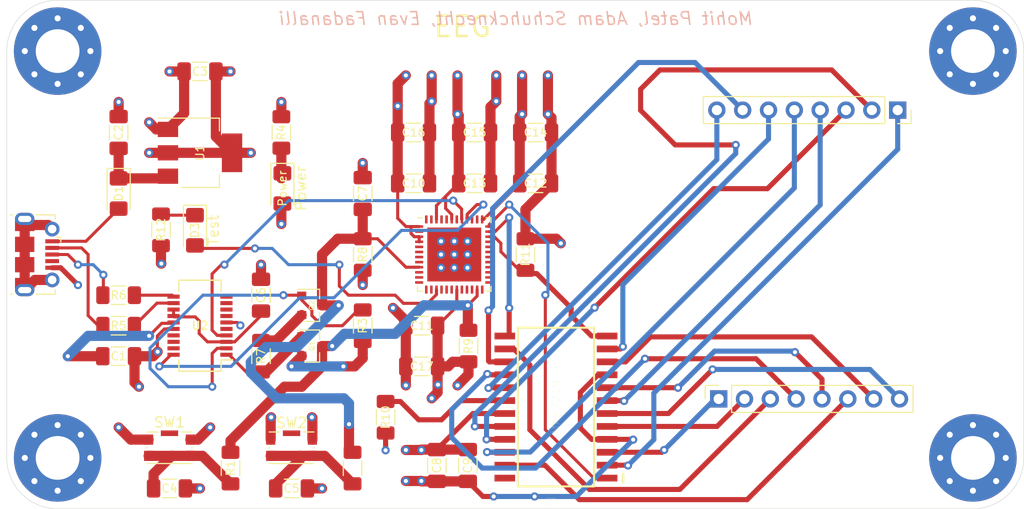
<source format=kicad_pcb>
(kicad_pcb (version 20171130) (host pcbnew "(5.1.9)-1")
  (layers (0 F.Cu signal) (1 In1.Cu power hide) (2 In2.Cu power hide) (31 B.Cu signal) (34 B.Paste user) (35 F.Paste user) (36 B.SilkS user) (37 F.SilkS user) (38 B.Mask user) (39 F.Mask user) (44 Edge.Cuts user))
  (net 0 "")
  (net 1 GND)
  (net 2 +3V3)
  (net 3 "Net-(C2-Pad1)")
  (net 4 "Net-(C4-Pad1)")
  (net 5 "Net-(C5-Pad1)")
  (net 6 "Net-(C6-Pad1)")
  (net 7 EN)
  (net 8 "Net-(D1-Pad2)")
  (net 9 "Net-(D2-Pad1)")
  (net 10 "Net-(J1-Pad6)")
  (net 11 D-)
  (net 12 "Net-(J1-Pad4)")
  (net 13 D+)
  (net 14 SEGDP)
  (net 15 SEGA)
  (net 16 SEGB)
  (net 17 SEGC)
  (net 18 SEGD)
  (net 19 SEGE)
  (net 20 SEGF)
  (net 21 SEGG)
  (net 22 DIG0)
  (net 23 DIG1)
  (net 24 DIG2)
  (net 25 DIG3)
  (net 26 DIG4)
  (net 27 DIG5)
  (net 28 DIG6)
  (net 29 DIG7)
  (net 30 "Net-(Q1-Pad1)")
  (net 31 "Net-(Q1-Pad2)")
  (net 32 IO0)
  (net 33 "Net-(Q2-Pad2)")
  (net 34 "Net-(Q2-Pad1)")
  (net 35 "Net-(R5-Pad1)")
  (net 36 "Net-(R6-Pad1)")
  (net 37 "Net-(R10-Pad1)")
  (net 38 CS)
  (net 39 TXD)
  (net 40 "Net-(U2-Pad5)")
  (net 41 "Net-(U2-Pad7)")
  (net 42 "Net-(U2-Pad8)")
  (net 43 "Net-(U2-Pad9)")
  (net 44 "Net-(U2-Pad10)")
  (net 45 "Net-(U2-Pad17)")
  (net 46 "Net-(U2-Pad18)")
  (net 47 "Net-(U2-Pad19)")
  (net 48 RXD)
  (net 49 "Net-(U3-Pad2)")
  (net 50 "Net-(U3-Pad5)")
  (net 51 "Net-(U3-Pad6)")
  (net 52 "Net-(U3-Pad7)")
  (net 53 "Net-(U3-Pad8)")
  (net 54 "Net-(U3-Pad10)")
  (net 55 "Net-(U3-Pad11)")
  (net 56 "Net-(U3-Pad12)")
  (net 57 "Net-(U3-Pad13)")
  (net 58 "Net-(U3-Pad14)")
  (net 59 "Net-(U3-Pad16)")
  (net 60 "Net-(U3-Pad17)")
  (net 61 "Net-(U3-Pad18)")
  (net 62 "Net-(U3-Pad20)")
  (net 63 "Net-(U3-Pad21)")
  (net 64 "Net-(U3-Pad22)")
  (net 65 "Net-(U3-Pad24)")
  (net 66 "Net-(U3-Pad25)")
  (net 67 "Net-(U3-Pad26)")
  (net 68 "Net-(U3-Pad27)")
  (net 69 "Net-(U3-Pad28)")
  (net 70 "Net-(U3-Pad29)")
  (net 71 "Net-(U3-Pad30)")
  (net 72 "Net-(U3-Pad31)")
  (net 73 "Net-(U3-Pad32)")
  (net 74 "Net-(U3-Pad33)")
  (net 75 Sclk)
  (net 76 Data)
  (net 77 "Net-(U3-Pad38)")
  (net 78 "Net-(U3-Pad39)")
  (net 79 "Net-(U3-Pad42)")
  (net 80 "Net-(U3-Pad44)")
  (net 81 "Net-(U3-Pad45)")
  (net 82 "Net-(U3-Pad47)")
  (net 83 "Net-(U3-Pad48)")
  (net 84 "Net-(U4-Pad24)")
  (net 85 "Net-(D3-Pad1)")
  (net 86 "Net-(D3-Pad2)")
  (module MountingHole:MountingHole_4.3mm_M4_Pad_Via (layer F.Cu) (at 108 70)
    (fp_text reference H1)
    (fp_text value MountingHole_Pad)
    (pad 1 thru_hole circle (at 2.280419 -2.280419) (size 0.9 0.9) (drill 0.6) (layers *.Cu *.Mask) (net 1 GND))
    (pad 1 thru_hole circle (at 0 -3.225) (size 0.9 0.9) (drill 0.6) (layers *.Cu *.Mask) (net 1 GND))
    (pad 1 thru_hole circle (at -2.280419 -2.280419) (size 0.9 0.9) (drill 0.6) (layers *.Cu *.Mask) (net 1 GND))
    (pad 1 thru_hole circle (at -3.225 0) (size 0.9 0.9) (drill 0.6) (layers *.Cu *.Mask) (net 1 GND))
    (pad 1 thru_hole circle (at -2.280419 2.280419) (size 0.9 0.9) (drill 0.6) (layers *.Cu *.Mask) (net 1 GND))
    (pad 1 thru_hole circle (at 0 3.225) (size 0.9 0.9) (drill 0.6) (layers *.Cu *.Mask) (net 1 GND))
    (pad 1 thru_hole circle (at 2.280419 2.280419) (size 0.9 0.9) (drill 0.6) (layers *.Cu *.Mask) (net 1 GND))
    (pad 1 thru_hole circle (at 3.225 0) (size 0.9 0.9) (drill 0.6) (layers *.Cu *.Mask) (net 1 GND))
    (pad 1 thru_hole circle (at 0 0) (size 8.6 8.6) (drill 4.3) (layers *.Cu *.Mask) (net 1 GND))
  )
  (module Connector_USB:USB_Micro-B_Molex-105017-0001 (layer F.Cu) (at 106 90 270)
    (fp_text reference J1)
    (fp_text value USB_B_Micro)
    (pad 6 smd rect (at 1 1.2375 270) (size 1.5 1.9) (layers F.Cu F.Paste F.Mask) (net 10 "Net-(J1-Pad6)"))
    (pad 6 thru_hole circle (at -2.5 -1.4625 270) (size 1.45 1.45) (drill 0.85) (layers *.Cu *.Mask) (net 10 "Net-(J1-Pad6)"))
    (pad 2 smd rect (at -0.65 -1.4625 270) (size 0.4 1.35) (layers F.Cu F.Paste F.Mask) (net 11 D-))
    (pad 1 smd rect (at -1.3 -1.4625 270) (size 0.4 1.35) (layers F.Cu F.Paste F.Mask) (net 8 "Net-(D1-Pad2)"))
    (pad 5 smd rect (at 1.3 -1.4625 270) (size 0.4 1.35) (layers F.Cu F.Paste F.Mask) (net 1 GND))
    (pad 4 smd rect (at 0.65 -1.4625 270) (size 0.4 1.35) (layers F.Cu F.Paste F.Mask) (net 12 "Net-(J1-Pad4)"))
    (pad 3 smd rect (at 0 -1.4625 270) (size 0.4 1.35) (layers F.Cu F.Paste F.Mask) (net 13 D+))
    (pad 6 thru_hole circle (at 2.5 -1.4625 270) (size 1.45 1.45) (drill 0.85) (layers *.Cu *.Mask) (net 10 "Net-(J1-Pad6)"))
    (pad 6 smd rect (at -1 1.2375 270) (size 1.5 1.9) (layers F.Cu F.Paste F.Mask) (net 10 "Net-(J1-Pad6)"))
    (pad 6 thru_hole oval (at -3.5 1.2375 90) (size 1.2 1.9) (drill oval 0.6 1.3) (layers *.Cu *.Mask) (net 10 "Net-(J1-Pad6)"))
    (pad 6 thru_hole oval (at 3.5 1.2375 270) (size 1.2 1.9) (drill oval 0.6 1.3) (layers *.Cu *.Mask) (net 10 "Net-(J1-Pad6)"))
    (pad 6 smd rect (at 2.9 1.2375 270) (size 1.2 1.9) (layers F.Cu F.Mask) (net 10 "Net-(J1-Pad6)"))
    (pad 6 smd rect (at -2.9 1.2375 270) (size 1.2 1.9) (layers F.Cu F.Mask) (net 10 "Net-(J1-Pad6)"))
  )
  (module MountingHole:MountingHole_4.3mm_M4_Pad_Via (layer F.Cu) (at 108 110)
    (fp_text reference H4)
    (fp_text value MountingHole_Pad)
    (pad 1 thru_hole circle (at 2.280419 -2.280419) (size 0.9 0.9) (drill 0.6) (layers *.Cu *.Mask) (net 1 GND))
    (pad 1 thru_hole circle (at 0 -3.225) (size 0.9 0.9) (drill 0.6) (layers *.Cu *.Mask) (net 1 GND))
    (pad 1 thru_hole circle (at -2.280419 -2.280419) (size 0.9 0.9) (drill 0.6) (layers *.Cu *.Mask) (net 1 GND))
    (pad 1 thru_hole circle (at -3.225 0) (size 0.9 0.9) (drill 0.6) (layers *.Cu *.Mask) (net 1 GND))
    (pad 1 thru_hole circle (at -2.280419 2.280419) (size 0.9 0.9) (drill 0.6) (layers *.Cu *.Mask) (net 1 GND))
    (pad 1 thru_hole circle (at 0 3.225) (size 0.9 0.9) (drill 0.6) (layers *.Cu *.Mask) (net 1 GND))
    (pad 1 thru_hole circle (at 2.280419 2.280419) (size 0.9 0.9) (drill 0.6) (layers *.Cu *.Mask) (net 1 GND))
    (pad 1 thru_hole circle (at 3.225 0) (size 0.9 0.9) (drill 0.6) (layers *.Cu *.Mask) (net 1 GND))
    (pad 1 thru_hole circle (at 0 0) (size 8.6 8.6) (drill 4.3) (layers *.Cu *.Mask) (net 1 GND))
  )
  (module MountingHole:MountingHole_4.3mm_M4_Pad_Via (layer F.Cu) (at 198 70)
    (fp_text reference H3)
    (fp_text value MountingHole_Pad)
    (pad 1 thru_hole circle (at 2.280419 -2.280419) (size 0.9 0.9) (drill 0.6) (layers *.Cu *.Mask) (net 1 GND))
    (pad 1 thru_hole circle (at 0 -3.225) (size 0.9 0.9) (drill 0.6) (layers *.Cu *.Mask) (net 1 GND))
    (pad 1 thru_hole circle (at -2.280419 -2.280419) (size 0.9 0.9) (drill 0.6) (layers *.Cu *.Mask) (net 1 GND))
    (pad 1 thru_hole circle (at -3.225 0) (size 0.9 0.9) (drill 0.6) (layers *.Cu *.Mask) (net 1 GND))
    (pad 1 thru_hole circle (at -2.280419 2.280419) (size 0.9 0.9) (drill 0.6) (layers *.Cu *.Mask) (net 1 GND))
    (pad 1 thru_hole circle (at 0 3.225) (size 0.9 0.9) (drill 0.6) (layers *.Cu *.Mask) (net 1 GND))
    (pad 1 thru_hole circle (at 2.280419 2.280419) (size 0.9 0.9) (drill 0.6) (layers *.Cu *.Mask) (net 1 GND))
    (pad 1 thru_hole circle (at 3.225 0) (size 0.9 0.9) (drill 0.6) (layers *.Cu *.Mask) (net 1 GND))
    (pad 1 thru_hole circle (at 0 0) (size 8.6 8.6) (drill 4.3) (layers *.Cu *.Mask) (net 1 GND))
  )
  (module MountingHole:MountingHole_4.3mm_M4_Pad_Via (layer F.Cu) (at 198 110)
    (fp_text reference H2)
    (fp_text value MountingHole_Pad)
    (pad 1 thru_hole circle (at 2.280419 -2.280419) (size 0.9 0.9) (drill 0.6) (layers *.Cu *.Mask) (net 1 GND))
    (pad 1 thru_hole circle (at 0 -3.225) (size 0.9 0.9) (drill 0.6) (layers *.Cu *.Mask) (net 1 GND))
    (pad 1 thru_hole circle (at -2.280419 -2.280419) (size 0.9 0.9) (drill 0.6) (layers *.Cu *.Mask) (net 1 GND))
    (pad 1 thru_hole circle (at -3.225 0) (size 0.9 0.9) (drill 0.6) (layers *.Cu *.Mask) (net 1 GND))
    (pad 1 thru_hole circle (at -2.280419 2.280419) (size 0.9 0.9) (drill 0.6) (layers *.Cu *.Mask) (net 1 GND))
    (pad 1 thru_hole circle (at 0 3.225) (size 0.9 0.9) (drill 0.6) (layers *.Cu *.Mask) (net 1 GND))
    (pad 1 thru_hole circle (at 2.280419 2.280419) (size 0.9 0.9) (drill 0.6) (layers *.Cu *.Mask) (net 1 GND))
    (pad 1 thru_hole circle (at 3.225 0) (size 0.9 0.9) (drill 0.6) (layers *.Cu *.Mask) (net 1 GND))
    (pad 1 thru_hole circle (at 0 0) (size 8.6 8.6) (drill 4.3) (layers *.Cu *.Mask) (net 1 GND))
  )
  (module Capacitor_SMD:C_1206_3216Metric_Pad1.33x1.80mm_HandSolder (layer F.Cu) (at 119 113)
    (fp_text reference C4)
    (fp_text value 0.1uF)
    (fp_text user %R (at 0 0) (layer F.SilkS) (effects (font (size 0.8 0.8) (thickness 0.12))))
    (pad 1 smd roundrect (at -1.5625 0) (size 1.325 1.8) (layers F.Cu F.Paste F.Mask) (roundrect_rratio 0.188679) (net 4 "Net-(C4-Pad1)"))
    (pad 2 smd roundrect (at 1.5625 0) (size 1.325 1.8) (layers F.Cu F.Paste F.Mask) (roundrect_rratio 0.188679) (net 1 GND))
  )
  (module Capacitor_SMD:C_1206_3216Metric_Pad1.33x1.80mm_HandSolder (layer F.Cu) (at 138 84 90)
    (fp_text reference C7)
    (fp_text value 0.1uF)
    (fp_text user %R (at 0 0 90) (layer F.SilkS) (effects (font (size 0.8 0.8) (thickness 0.12))))
    (pad 1 smd roundrect (at -1.5625 0 90) (size 1.325 1.8) (layers F.Cu F.Paste F.Mask) (roundrect_rratio 0.188679) (net 7 EN))
    (pad 2 smd roundrect (at 1.5625 0 90) (size 1.325 1.8) (layers F.Cu F.Paste F.Mask) (roundrect_rratio 0.188679) (net 1 GND))
  )
  (module Capacitor_SMD:C_1206_3216Metric_Pad1.33x1.80mm_HandSolder (layer F.Cu) (at 114 78 90)
    (fp_text reference C2)
    (fp_text value 10uF)
    (fp_text user %R (at 0 0 90) (layer F.SilkS) (effects (font (size 0.8 0.8) (thickness 0.12))))
    (pad 2 smd roundrect (at 1.5625 0 90) (size 1.325 1.8) (layers F.Cu F.Paste F.Mask) (roundrect_rratio 0.188679) (net 1 GND))
    (pad 1 smd roundrect (at -1.5625 0 90) (size 1.325 1.8) (layers F.Cu F.Paste F.Mask) (roundrect_rratio 0.188679) (net 3 "Net-(C2-Pad1)"))
  )
  (module Capacitor_SMD:C_1206_3216Metric_Pad1.33x1.80mm_HandSolder (layer F.Cu) (at 122 72 180)
    (fp_text reference C3)
    (fp_text value 10uF)
    (fp_text user %R (at 0 0) (layer F.SilkS) (effects (font (size 0.8 0.8) (thickness 0.12))))
    (pad 2 smd roundrect (at 1.5625 0 180) (size 1.325 1.8) (layers F.Cu F.Paste F.Mask) (roundrect_rratio 0.188679) (net 1 GND))
    (pad 1 smd roundrect (at -1.5625 0 180) (size 1.325 1.8) (layers F.Cu F.Paste F.Mask) (roundrect_rratio 0.188679) (net 2 +3V3))
  )
  (module Capacitor_SMD:C_1206_3216Metric_Pad1.33x1.80mm_HandSolder (layer F.Cu) (at 114 100)
    (fp_text reference C1)
    (fp_text value 2.2uF)
    (fp_text user %R (at 0 0) (layer F.SilkS) (effects (font (size 0.8 0.8) (thickness 0.12))))
    (pad 2 smd roundrect (at 1.5625 0) (size 1.325 1.8) (layers F.Cu F.Paste F.Mask) (roundrect_rratio 0.188679) (net 1 GND))
    (pad 1 smd roundrect (at -1.5625 0) (size 1.325 1.8) (layers F.Cu F.Paste F.Mask) (roundrect_rratio 0.188679) (net 2 +3V3))
  )
  (module Capacitor_SMD:C_1206_3216Metric_Pad1.33x1.80mm_HandSolder (layer F.Cu) (at 131 113)
    (fp_text reference C5)
    (fp_text value 0.1uF)
    (fp_text user %R (at 0 0) (layer F.SilkS) (effects (font (size 0.8 0.8) (thickness 0.12))))
    (pad 1 smd roundrect (at -1.5625 0) (size 1.325 1.8) (layers F.Cu F.Paste F.Mask) (roundrect_rratio 0.188679) (net 5 "Net-(C5-Pad1)"))
    (pad 2 smd roundrect (at 1.5625 0) (size 1.325 1.8) (layers F.Cu F.Paste F.Mask) (roundrect_rratio 0.188679) (net 1 GND))
  )
  (module Capacitor_SMD:C_1206_3216Metric_Pad1.33x1.80mm_HandSolder (layer F.Cu) (at 128 94 90)
    (fp_text reference C6)
    (fp_text value 0.1uF)
    (fp_text user %R (at 0 0 90) (layer F.SilkS) (effects (font (size 0.8 0.8) (thickness 0.12))))
    (pad 2 smd roundrect (at 1.5625 0 90) (size 1.325 1.8) (layers F.Cu F.Paste F.Mask) (roundrect_rratio 0.188679) (net 1 GND))
    (pad 1 smd roundrect (at -1.5625 0 90) (size 1.325 1.8) (layers F.Cu F.Paste F.Mask) (roundrect_rratio 0.188679) (net 6 "Net-(C6-Pad1)"))
  )
  (module Capacitor_SMD:C_1206_3216Metric_Pad1.33x1.80mm_HandSolder (layer F.Cu) (at 148.336 110.744 270)
    (fp_text reference C9)
    (fp_text value 10uF)
    (fp_text user %R (at 0 0 90) (layer F.SilkS) (effects (font (size 0.8 0.8) (thickness 0.12))))
    (pad 2 smd roundrect (at 1.5625 0 270) (size 1.325 1.8) (layers F.Cu F.Paste F.Mask) (roundrect_rratio 0.188679) (net 1 GND))
    (pad 1 smd roundrect (at -1.5625 0 270) (size 1.325 1.8) (layers F.Cu F.Paste F.Mask) (roundrect_rratio 0.188679) (net 2 +3V3))
  )
  (module Capacitor_SMD:C_1206_3216Metric_Pad1.33x1.80mm_HandSolder (layer F.Cu) (at 143.8 97 180)
    (fp_text reference C11)
    (fp_text value 100nF)
    (fp_text user %R (at 0 0) (layer F.SilkS) (effects (font (size 0.8 0.8) (thickness 0.12))))
    (pad 1 smd roundrect (at -1.5625 0 180) (size 1.325 1.8) (layers F.Cu F.Paste F.Mask) (roundrect_rratio 0.188679) (net 2 +3V3))
    (pad 2 smd roundrect (at 1.5625 0 180) (size 1.325 1.8) (layers F.Cu F.Paste F.Mask) (roundrect_rratio 0.188679) (net 1 GND))
  )
  (module Capacitor_SMD:C_1206_3216Metric_Pad1.33x1.80mm_HandSolder (layer F.Cu) (at 155 78)
    (fp_text reference C14)
    (fp_text value 100nF)
    (fp_text user %R (at 0 0) (layer F.SilkS) (effects (font (size 0.8 0.8) (thickness 0.12))))
    (pad 1 smd roundrect (at -1.5625 0) (size 1.325 1.8) (layers F.Cu F.Paste F.Mask) (roundrect_rratio 0.188679) (net 2 +3V3))
    (pad 2 smd roundrect (at 1.5625 0) (size 1.325 1.8) (layers F.Cu F.Paste F.Mask) (roundrect_rratio 0.188679) (net 1 GND))
  )
  (module Capacitor_SMD:C_1206_3216Metric_Pad1.33x1.80mm_HandSolder (layer F.Cu) (at 149 78)
    (fp_text reference C15)
    (fp_text value 100nF)
    (fp_text user %R (at 0 0) (layer F.SilkS) (effects (font (size 0.8 0.8) (thickness 0.12))))
    (pad 2 smd roundrect (at 1.5625 0) (size 1.325 1.8) (layers F.Cu F.Paste F.Mask) (roundrect_rratio 0.188679) (net 1 GND))
    (pad 1 smd roundrect (at -1.5625 0) (size 1.325 1.8) (layers F.Cu F.Paste F.Mask) (roundrect_rratio 0.188679) (net 2 +3V3))
  )
  (module Capacitor_SMD:C_1206_3216Metric_Pad1.33x1.80mm_HandSolder (layer F.Cu) (at 143 78)
    (fp_text reference C16)
    (fp_text value 100nF)
    (fp_text user %R (at 0 0) (layer F.SilkS) (effects (font (size 0.8 0.8) (thickness 0.12))))
    (pad 1 smd roundrect (at -1.5625 0) (size 1.325 1.8) (layers F.Cu F.Paste F.Mask) (roundrect_rratio 0.188679) (net 2 +3V3))
    (pad 2 smd roundrect (at 1.5625 0) (size 1.325 1.8) (layers F.Cu F.Paste F.Mask) (roundrect_rratio 0.188679) (net 1 GND))
  )
  (module Capacitor_SMD:C_1206_3216Metric_Pad1.33x1.80mm_HandSolder (layer F.Cu) (at 149 83)
    (fp_text reference C13)
    (fp_text value 100nF)
    (fp_text user %R (at 0 0) (layer F.SilkS) (effects (font (size 0.8 0.8) (thickness 0.12))))
    (pad 1 smd roundrect (at -1.5625 0) (size 1.325 1.8) (layers F.Cu F.Paste F.Mask) (roundrect_rratio 0.188679) (net 2 +3V3))
    (pad 2 smd roundrect (at 1.5625 0) (size 1.325 1.8) (layers F.Cu F.Paste F.Mask) (roundrect_rratio 0.188679) (net 1 GND))
  )
  (module Capacitor_SMD:C_1206_3216Metric_Pad1.33x1.80mm_HandSolder (layer F.Cu) (at 143.8 101 180)
    (fp_text reference C17)
    (fp_text value 100nF)
    (fp_text user %R (at 0 0) (layer F.SilkS) (effects (font (size 0.8 0.8) (thickness 0.12))))
    (pad 2 smd roundrect (at 1.5625 0 180) (size 1.325 1.8) (layers F.Cu F.Paste F.Mask) (roundrect_rratio 0.188679) (net 1 GND))
    (pad 1 smd roundrect (at -1.5625 0 180) (size 1.325 1.8) (layers F.Cu F.Paste F.Mask) (roundrect_rratio 0.188679) (net 2 +3V3))
  )
  (module Capacitor_SMD:C_1206_3216Metric_Pad1.33x1.80mm_HandSolder (layer F.Cu) (at 155 83)
    (fp_text reference C12)
    (fp_text value 100nF)
    (fp_text user %R (at 0 0) (layer F.SilkS) (effects (font (size 0.8 0.8) (thickness 0.12))))
    (pad 2 smd roundrect (at 1.5625 0) (size 1.325 1.8) (layers F.Cu F.Paste F.Mask) (roundrect_rratio 0.188679) (net 1 GND))
    (pad 1 smd roundrect (at -1.5625 0) (size 1.325 1.8) (layers F.Cu F.Paste F.Mask) (roundrect_rratio 0.188679) (net 2 +3V3))
  )
  (module Diode_SMD:D_1206_3216Metric_Pad1.42x1.75mm_HandSolder (layer F.Cu) (at 114 84 270)
    (fp_text reference D1)
    (fp_text value D_Schottky_Small)
    (fp_text user %R (at 0 0 90) (layer F.SilkS) (effects (font (size 0.8 0.8) (thickness 0.12))))
    (pad 1 smd roundrect (at -1.4875 0 270) (size 1.425 1.75) (layers F.Cu F.Paste F.Mask) (roundrect_rratio 0.175439) (net 3 "Net-(C2-Pad1)"))
    (pad 2 smd roundrect (at 1.4875 0 270) (size 1.425 1.75) (layers F.Cu F.Paste F.Mask) (roundrect_rratio 0.175439) (net 8 "Net-(D1-Pad2)"))
  )
  (module LED_SMD:LED_1206_3216Metric_Pad1.42x1.75mm_HandSolder (layer F.Cu) (at 130.1 83.5 270)
    (fp_text reference Power (at 0 -1.82 90) (layer F.SilkS))
    (fp_text value LED)
    (fp_text user %R (at 0 0 90) (layer F.SilkS) (effects (font (size 0.8 0.8) (thickness 0.12))))
    (pad 1 smd roundrect (at -1.4875 0 270) (size 1.425 1.75) (layers F.Cu F.Paste F.Mask) (roundrect_rratio 0.175439) (net 9 "Net-(D2-Pad1)"))
    (pad 2 smd roundrect (at 1.4875 0 270) (size 1.425 1.75) (layers F.Cu F.Paste F.Mask) (roundrect_rratio 0.175439) (net 2 +3V3))
  )
  (module Capacitor_SMD:C_1206_3216Metric_Pad1.33x1.80mm_HandSolder (layer F.Cu) (at 143 83)
    (fp_text reference C10)
    (fp_text value 100nF)
    (fp_text user %R (at 0 0) (layer F.SilkS) (effects (font (size 0.8 0.8) (thickness 0.12))))
    (pad 1 smd roundrect (at -1.5625 0) (size 1.325 1.8) (layers F.Cu F.Paste F.Mask) (roundrect_rratio 0.188679) (net 2 +3V3))
    (pad 2 smd roundrect (at 1.5625 0) (size 1.325 1.8) (layers F.Cu F.Paste F.Mask) (roundrect_rratio 0.188679) (net 1 GND))
  )
  (module Capacitor_SMD:C_1206_3216Metric_Pad1.33x1.80mm_HandSolder (layer F.Cu) (at 145.288 110.744 270)
    (fp_text reference C8)
    (fp_text value .1uF)
    (fp_text user %R (at 0 0 90) (layer F.SilkS) (effects (font (size 0.8 0.8) (thickness 0.12))))
    (pad 1 smd roundrect (at -1.5625 0 270) (size 1.325 1.8) (layers F.Cu F.Paste F.Mask) (roundrect_rratio 0.188679) (net 2 +3V3))
    (pad 2 smd roundrect (at 1.5625 0 270) (size 1.325 1.8) (layers F.Cu F.Paste F.Mask) (roundrect_rratio 0.188679) (net 1 GND))
  )
  (module Connector_PinSocket_2.54mm:PinSocket_1x08_P2.54mm_Vertical (layer F.Cu) (at 173 104.2 90)
    (fp_text reference J2)
    (fp_text value Conn_01x08_Female)
    (pad 1 thru_hole rect (at 0 0 90) (size 1.7 1.7) (drill 1) (layers *.Cu *.Mask) (net 26 DIG4))
    (pad 2 thru_hole oval (at 0 2.54 90) (size 1.7 1.7) (drill 1) (layers *.Cu *.Mask) (net 28 DIG6))
    (pad 3 thru_hole oval (at 0 5.08 90) (size 1.7 1.7) (drill 1) (layers *.Cu *.Mask) (net 15 SEGA))
    (pad 4 thru_hole oval (at 0 7.62 90) (size 1.7 1.7) (drill 1) (layers *.Cu *.Mask) (net 16 SEGB))
    (pad 5 thru_hole oval (at 0 10.16 90) (size 1.7 1.7) (drill 1) (layers *.Cu *.Mask) (net 29 DIG7))
    (pad 6 thru_hole oval (at 0 12.7 90) (size 1.7 1.7) (drill 1) (layers *.Cu *.Mask) (net 18 SEGD))
    (pad 7 thru_hole oval (at 0 15.24 90) (size 1.7 1.7) (drill 1) (layers *.Cu *.Mask) (net 27 DIG5))
    (pad 8 thru_hole oval (at 0 17.78 90) (size 1.7 1.7) (drill 1) (layers *.Cu *.Mask) (net 24 DIG2))
  )
  (module Resistor_SMD:R_1206_3216Metric_Pad1.30x1.75mm_HandSolder (layer F.Cu) (at 137 111 270)
    (fp_text reference R2)
    (fp_text value 0R)
    (pad 1 smd roundrect (at -1.55 0 270) (size 1.3 1.75) (layers F.Cu F.Paste F.Mask) (roundrect_rratio 0.192308) (net 7 EN))
    (pad 2 smd roundrect (at 1.55 0 270) (size 1.3 1.75) (layers F.Cu F.Paste F.Mask) (roundrect_rratio 0.192308) (net 5 "Net-(C5-Pad1)"))
  )
  (module Resistor_SMD:R_1206_3216Metric_Pad1.30x1.75mm_HandSolder (layer F.Cu) (at 114 97 180)
    (fp_text reference R5)
    (fp_text value 0R)
    (fp_text user %R (at 0 0) (layer F.SilkS) (effects (font (size 0.8 0.8) (thickness 0.12))))
    (pad 2 smd roundrect (at 1.55 0 180) (size 1.3 1.75) (layers F.Cu F.Paste F.Mask) (roundrect_rratio 0.192308) (net 11 D-))
    (pad 1 smd roundrect (at -1.55 0 180) (size 1.3 1.75) (layers F.Cu F.Paste F.Mask) (roundrect_rratio 0.192308) (net 35 "Net-(R5-Pad1)"))
  )
  (module Package_TO_SOT_SMD:SOT-23 (layer F.Cu) (at 133 95)
    (fp_text reference Q2)
    (fp_text value SS8050)
    (fp_text user %R (at 0 0 90) (layer F.SilkS) (effects (font (size 0.5 0.5) (thickness 0.075))))
    (pad 3 smd rect (at 1 0) (size 0.9 0.8) (layers F.Cu F.Paste F.Mask) (net 7 EN))
    (pad 2 smd rect (at -1 0.95) (size 0.9 0.8) (layers F.Cu F.Paste F.Mask) (net 33 "Net-(Q2-Pad2)"))
    (pad 1 smd rect (at -1 -0.95) (size 0.9 0.8) (layers F.Cu F.Paste F.Mask) (net 34 "Net-(Q2-Pad1)"))
  )
  (module Button_Switch_SMD:SW_Push_1P1T-SH_NO_CK_KMR2xxG (layer F.Cu) (at 131 109)
    (fp_text reference SW2 (at 0 -2.45) (layer F.SilkS))
    (fp_text value SW_Push)
    (pad SH smd rect (at 0 -1.425) (size 1.7 0.55) (layers F.Cu F.Paste F.Mask))
    (pad 1 smd rect (at -2.05 -0.8) (size 0.9 1) (layers F.Cu F.Paste F.Mask) (net 1 GND))
    (pad 2 smd rect (at -2.05 0.8) (size 0.9 1) (layers F.Cu F.Paste F.Mask) (net 5 "Net-(C5-Pad1)"))
    (pad 1 smd rect (at 2.05 -0.8) (size 0.9 1) (layers F.Cu F.Paste F.Mask) (net 1 GND))
    (pad 2 smd rect (at 2.05 0.8) (size 0.9 1) (layers F.Cu F.Paste F.Mask) (net 5 "Net-(C5-Pad1)"))
  )
  (module Resistor_SMD:R_1206_3216Metric_Pad1.30x1.75mm_HandSolder (layer F.Cu) (at 128 100 270)
    (fp_text reference R7)
    (fp_text value 2K)
    (fp_text user %R (at 0 0 90) (layer F.SilkS) (effects (font (size 0.8 0.8) (thickness 0.12))))
    (pad 1 smd roundrect (at -1.55 0 270) (size 1.3 1.75) (layers F.Cu F.Paste F.Mask) (roundrect_rratio 0.192308) (net 33 "Net-(Q2-Pad2)"))
    (pad 2 smd roundrect (at 1.55 0 270) (size 1.3 1.75) (layers F.Cu F.Paste F.Mask) (roundrect_rratio 0.192308) (net 30 "Net-(Q1-Pad1)"))
  )
  (module Resistor_SMD:R_1206_3216Metric_Pad1.30x1.75mm_HandSolder (layer F.Cu) (at 138 90 270)
    (fp_text reference R8)
    (fp_text value 10K)
    (fp_text user %R (at 0 0 90) (layer F.SilkS) (effects (font (size 0.8 0.8) (thickness 0.12))))
    (pad 1 smd roundrect (at -1.55 0 270) (size 1.3 1.75) (layers F.Cu F.Paste F.Mask) (roundrect_rratio 0.192308) (net 7 EN))
    (pad 2 smd roundrect (at 1.55 0 270) (size 1.3 1.75) (layers F.Cu F.Paste F.Mask) (roundrect_rratio 0.192308) (net 2 +3V3))
  )
  (module Resistor_SMD:R_1206_3216Metric_Pad1.30x1.75mm_HandSolder (layer F.Cu) (at 148.4 99 270)
    (fp_text reference R9)
    (fp_text value 10K)
    (fp_text user %R (at 0 0 90) (layer F.SilkS) (effects (font (size 0.8 0.8) (thickness 0.12))))
    (pad 2 smd roundrect (at 1.55 0 270) (size 1.3 1.75) (layers F.Cu F.Paste F.Mask) (roundrect_rratio 0.192308) (net 2 +3V3))
    (pad 1 smd roundrect (at -1.55 0 270) (size 1.3 1.75) (layers F.Cu F.Paste F.Mask) (roundrect_rratio 0.192308) (net 32 IO0))
  )
  (module Resistor_SMD:R_1206_3216Metric_Pad1.30x1.75mm_HandSolder (layer F.Cu) (at 154 90 270)
    (fp_text reference R11)
    (fp_text value 10k)
    (fp_text user %R (at 0 0 90) (layer F.SilkS) (effects (font (size 0.8 0.8) (thickness 0.12))))
    (pad 1 smd roundrect (at -1.55 0 270) (size 1.3 1.75) (layers F.Cu F.Paste F.Mask) (roundrect_rratio 0.192308) (net 1 GND))
    (pad 2 smd roundrect (at 1.55 0 270) (size 1.3 1.75) (layers F.Cu F.Paste F.Mask) (roundrect_rratio 0.192308) (net 38 CS))
  )
  (module Connector_PinSocket_2.54mm:PinSocket_1x08_P2.54mm_Vertical (layer F.Cu) (at 190.6 75.8 270)
    (fp_text reference J3)
    (fp_text value Conn_01x08_Female)
    (pad 8 thru_hole oval (at 0 17.78 270) (size 1.7 1.7) (drill 1) (layers *.Cu *.Mask) (net 21 SEGG))
    (pad 7 thru_hole oval (at 0 15.24 270) (size 1.7 1.7) (drill 1) (layers *.Cu *.Mask) (net 20 SEGF))
    (pad 6 thru_hole oval (at 0 12.7 270) (size 1.7 1.7) (drill 1) (layers *.Cu *.Mask) (net 23 DIG1))
    (pad 5 thru_hole oval (at 0 10.16 270) (size 1.7 1.7) (drill 1) (layers *.Cu *.Mask) (net 14 SEGDP))
    (pad 4 thru_hole oval (at 0 7.62 270) (size 1.7 1.7) (drill 1) (layers *.Cu *.Mask) (net 25 DIG3))
    (pad 3 thru_hole oval (at 0 5.08 270) (size 1.7 1.7) (drill 1) (layers *.Cu *.Mask) (net 19 SEGE))
    (pad 2 thru_hole oval (at 0 2.54 270) (size 1.7 1.7) (drill 1) (layers *.Cu *.Mask) (net 17 SEGC))
    (pad 1 thru_hole rect (at 0 0 270) (size 1.7 1.7) (drill 1) (layers *.Cu *.Mask) (net 22 DIG0))
  )
  (module Resistor_SMD:R_1206_3216Metric_Pad1.30x1.75mm_HandSolder (layer F.Cu) (at 114 94 180)
    (fp_text reference R6)
    (fp_text value 0R)
    (fp_text user %R (at 0 0) (layer F.SilkS) (effects (font (size 0.8 0.8) (thickness 0.12))))
    (pad 1 smd roundrect (at -1.55 0 180) (size 1.3 1.75) (layers F.Cu F.Paste F.Mask) (roundrect_rratio 0.192308) (net 36 "Net-(R6-Pad1)"))
    (pad 2 smd roundrect (at 1.55 0 180) (size 1.3 1.75) (layers F.Cu F.Paste F.Mask) (roundrect_rratio 0.192308) (net 13 D+))
  )
  (module Resistor_SMD:R_1206_3216Metric_Pad1.30x1.75mm_HandSolder (layer F.Cu) (at 140.25 106 270)
    (fp_text reference R10)
    (fp_text value 10k)
    (fp_text user %R (at 0 0 90) (layer F.SilkS) (effects (font (size 0.8 0.8) (thickness 0.12))))
    (pad 1 smd roundrect (at -1.55 0 270) (size 1.3 1.75) (layers F.Cu F.Paste F.Mask) (roundrect_rratio 0.192308) (net 37 "Net-(R10-Pad1)"))
    (pad 2 smd roundrect (at 1.55 0 270) (size 1.3 1.75) (layers F.Cu F.Paste F.Mask) (roundrect_rratio 0.192308) (net 2 +3V3))
  )
  (module Resistor_SMD:R_1206_3216Metric_Pad1.30x1.75mm_HandSolder (layer F.Cu) (at 125 111 270)
    (fp_text reference R1)
    (fp_text value 0R)
    (fp_text user %R (at 0 0 90) (layer F.SilkS) (effects (font (size 0.8 0.8) (thickness 0.12))))
    (pad 2 smd roundrect (at 1.55 0 270) (size 1.3 1.75) (layers F.Cu F.Paste F.Mask) (roundrect_rratio 0.192308) (net 4 "Net-(C4-Pad1)"))
    (pad 1 smd roundrect (at -1.55 0 270) (size 1.3 1.75) (layers F.Cu F.Paste F.Mask) (roundrect_rratio 0.192308) (net 32 IO0))
  )
  (module Resistor_SMD:R_1206_3216Metric_Pad1.30x1.75mm_HandSolder (layer F.Cu) (at 138 97 90)
    (fp_text reference R3)
    (fp_text value 2K)
    (fp_text user %R (at 0 0 90) (layer F.SilkS) (effects (font (size 0.8 0.8) (thickness 0.12))))
    (pad 2 smd roundrect (at 1.55 0 90) (size 1.3 1.75) (layers F.Cu F.Paste F.Mask) (roundrect_rratio 0.192308) (net 34 "Net-(Q2-Pad1)"))
    (pad 1 smd roundrect (at -1.55 0 90) (size 1.3 1.75) (layers F.Cu F.Paste F.Mask) (roundrect_rratio 0.192308) (net 31 "Net-(Q1-Pad2)"))
  )
  (module Resistor_SMD:R_1206_3216Metric_Pad1.30x1.75mm_HandSolder (layer F.Cu) (at 130 78 90)
    (fp_text reference R4)
    (fp_text value 2K)
    (fp_text user %R (at 0 0 90) (layer F.SilkS) (effects (font (size 0.8 0.8) (thickness 0.12))))
    (pad 2 smd roundrect (at 1.55 0 90) (size 1.3 1.75) (layers F.Cu F.Paste F.Mask) (roundrect_rratio 0.192308) (net 1 GND))
    (pad 1 smd roundrect (at -1.55 0 90) (size 1.3 1.75) (layers F.Cu F.Paste F.Mask) (roundrect_rratio 0.192308) (net 9 "Net-(D2-Pad1)"))
  )
  (module Button_Switch_SMD:SW_Push_1P1T-SH_NO_CK_KMR2xxG (layer F.Cu) (at 119 109)
    (fp_text reference SW1 (at 0 -2.5) (layer F.SilkS))
    (fp_text value SW_Push)
    (pad 2 smd rect (at 2.05 0.8) (size 0.9 1) (layers F.Cu F.Paste F.Mask) (net 4 "Net-(C4-Pad1)"))
    (pad 1 smd rect (at 2.05 -0.8) (size 0.9 1) (layers F.Cu F.Paste F.Mask) (net 1 GND))
    (pad 2 smd rect (at -2.05 0.8) (size 0.9 1) (layers F.Cu F.Paste F.Mask) (net 4 "Net-(C4-Pad1)"))
    (pad 1 smd rect (at -2.05 -0.8) (size 0.9 1) (layers F.Cu F.Paste F.Mask) (net 1 GND))
    (pad SH smd rect (at 0 -1.425) (size 1.7 0.55) (layers F.Cu F.Paste F.Mask))
  )
  (module Package_TO_SOT_SMD:SOT-223-3_TabPin2 (layer F.Cu) (at 122 80)
    (fp_text reference U1)
    (fp_text value AMS1117-3.3)
    (fp_text user %R (at 0 0 90) (layer F.SilkS) (effects (font (size 0.8 0.8) (thickness 0.12))))
    (pad 2 smd rect (at 3.15 0) (size 2 3.8) (layers F.Cu F.Paste F.Mask) (net 2 +3V3))
    (pad 2 smd rect (at -3.15 0) (size 2 1.5) (layers F.Cu F.Paste F.Mask) (net 2 +3V3))
    (pad 3 smd rect (at -3.15 2.3) (size 2 1.5) (layers F.Cu F.Paste F.Mask) (net 3 "Net-(C2-Pad1)"))
    (pad 1 smd rect (at -3.15 -2.3) (size 2 1.5) (layers F.Cu F.Paste F.Mask) (net 1 GND))
  )
  (module Package_SO:SSOP-20_3.9x8.7mm_P0.635mm (layer F.Cu) (at 122 97 180)
    (fp_text reference U2)
    (fp_text value FT231XS)
    (fp_text user %R (at 0 0) (layer F.SilkS) (effects (font (size 0.8 0.8))))
    (pad 1 smd rect (at -2.6 -2.8575 180) (size 1.2 0.4) (layers F.Cu F.Paste F.Mask) (net 30 "Net-(Q1-Pad1)"))
    (pad 2 smd rect (at -2.6 -2.2225 180) (size 1.2 0.4) (layers F.Cu F.Paste F.Mask) (net 34 "Net-(Q2-Pad1)"))
    (pad 3 smd rect (at -2.6 -1.5875 180) (size 1.2 0.4) (layers F.Cu F.Paste F.Mask) (net 6 "Net-(C6-Pad1)"))
    (pad 4 smd rect (at -2.6 -0.9525 180) (size 1.2 0.4) (layers F.Cu F.Paste F.Mask) (net 39 TXD))
    (pad 5 smd rect (at -2.6 -0.3175 180) (size 1.2 0.4) (layers F.Cu F.Paste F.Mask) (net 40 "Net-(U2-Pad5)"))
    (pad 6 smd rect (at -2.6 0.3175 180) (size 1.2 0.4) (layers F.Cu F.Paste F.Mask) (net 1 GND))
    (pad 7 smd rect (at -2.6 0.9525 180) (size 1.2 0.4) (layers F.Cu F.Paste F.Mask) (net 41 "Net-(U2-Pad7)"))
    (pad 8 smd rect (at -2.6 1.5875 180) (size 1.2 0.4) (layers F.Cu F.Paste F.Mask) (net 42 "Net-(U2-Pad8)"))
    (pad 9 smd rect (at -2.6 2.2225 180) (size 1.2 0.4) (layers F.Cu F.Paste F.Mask) (net 43 "Net-(U2-Pad9)"))
    (pad 10 smd rect (at -2.6 2.8575 180) (size 1.2 0.4) (layers F.Cu F.Paste F.Mask) (net 44 "Net-(U2-Pad10)"))
    (pad 11 smd rect (at 2.6 2.8575 180) (size 1.2 0.4) (layers F.Cu F.Paste F.Mask) (net 36 "Net-(R6-Pad1)"))
    (pad 12 smd rect (at 2.6 2.2225 180) (size 1.2 0.4) (layers F.Cu F.Paste F.Mask) (net 35 "Net-(R5-Pad1)"))
    (pad 13 smd rect (at 2.6 1.5875 180) (size 1.2 0.4) (layers F.Cu F.Paste F.Mask) (net 6 "Net-(C6-Pad1)"))
    (pad 14 smd rect (at 2.6 0.9525 180) (size 1.2 0.4) (layers F.Cu F.Paste F.Mask) (net 6 "Net-(C6-Pad1)"))
    (pad 15 smd rect (at 2.6 0.3175 180) (size 1.2 0.4) (layers F.Cu F.Paste F.Mask) (net 2 +3V3))
    (pad 16 smd rect (at 2.6 -0.3175 180) (size 1.2 0.4) (layers F.Cu F.Paste F.Mask) (net 1 GND))
    (pad 17 smd rect (at 2.6 -0.9525 180) (size 1.2 0.4) (layers F.Cu F.Paste F.Mask) (net 45 "Net-(U2-Pad17)"))
    (pad 18 smd rect (at 2.6 -1.5875 180) (size 1.2 0.4) (layers F.Cu F.Paste F.Mask) (net 46 "Net-(U2-Pad18)"))
    (pad 19 smd rect (at 2.6 -2.2225 180) (size 1.2 0.4) (layers F.Cu F.Paste F.Mask) (net 47 "Net-(U2-Pad19)"))
    (pad 20 smd rect (at 2.6 -2.8575 180) (size 1.2 0.4) (layers F.Cu F.Paste F.Mask) (net 48 RXD))
  )
  (module Package_TO_SOT_SMD:SOT-23 (layer F.Cu) (at 133 99)
    (fp_text reference Q1)
    (fp_text value SS8050)
    (fp_text user %R (at 0 0 90) (layer F.SilkS) (effects (font (size 0.5 0.5) (thickness 0.075))))
    (pad 1 smd rect (at -1 -0.95) (size 0.9 0.8) (layers F.Cu F.Paste F.Mask) (net 30 "Net-(Q1-Pad1)"))
    (pad 2 smd rect (at -1 0.95) (size 0.9 0.8) (layers F.Cu F.Paste F.Mask) (net 31 "Net-(Q1-Pad2)"))
    (pad 3 smd rect (at 1 0) (size 0.9 0.8) (layers F.Cu F.Paste F.Mask) (net 32 IO0))
  )
  (module Package_DFN_QFN:QFN-48-1EP_7x7mm_P0.5mm_EP5.3x5.3mm (layer F.Cu) (at 147 90)
    (fp_text reference U3)
    (fp_text value ESP32-PICO-D4)
    (pad 1 smd roundrect (at -3.45 -2.75) (size 0.8 0.25) (layers F.Cu F.Paste F.Mask) (net 2 +3V3))
    (pad 2 smd roundrect (at -3.45 -2.25) (size 0.8 0.25) (layers F.Cu F.Paste F.Mask) (net 49 "Net-(U3-Pad2)"))
    (pad 3 smd roundrect (at -3.45 -1.75) (size 0.8 0.25) (layers F.Cu F.Paste F.Mask) (net 2 +3V3))
    (pad 4 smd roundrect (at -3.45 -1.25) (size 0.8 0.25) (layers F.Cu F.Paste F.Mask) (net 2 +3V3))
    (pad 5 smd roundrect (at -3.45 -0.75) (size 0.8 0.25) (layers F.Cu F.Paste F.Mask) (net 50 "Net-(U3-Pad5)"))
    (pad 6 smd roundrect (at -3.45 -0.25) (size 0.8 0.25) (layers F.Cu F.Paste F.Mask) (net 51 "Net-(U3-Pad6)"))
    (pad 7 smd roundrect (at -3.45 0.25) (size 0.8 0.25) (layers F.Cu F.Paste F.Mask) (net 52 "Net-(U3-Pad7)"))
    (pad 8 smd roundrect (at -3.45 0.75) (size 0.8 0.25) (layers F.Cu F.Paste F.Mask) (net 53 "Net-(U3-Pad8)"))
    (pad 9 smd roundrect (at -3.45 1.25) (size 0.8 0.25) (layers F.Cu F.Paste F.Mask) (net 7 EN))
    (pad 10 smd roundrect (at -3.45 1.75) (size 0.8 0.25) (layers F.Cu F.Paste F.Mask) (net 54 "Net-(U3-Pad10)"))
    (pad 11 smd roundrect (at -3.45 2.25) (size 0.8 0.25) (layers F.Cu F.Paste F.Mask) (net 55 "Net-(U3-Pad11)"))
    (pad 12 smd roundrect (at -3.45 2.75) (size 0.8 0.25) (layers F.Cu F.Paste F.Mask) (net 56 "Net-(U3-Pad12)"))
    (pad 13 smd roundrect (at -2.75 3.45) (size 0.25 0.8) (layers F.Cu F.Paste F.Mask) (net 57 "Net-(U3-Pad13)"))
    (pad 14 smd roundrect (at -2.25 3.45) (size 0.25 0.8) (layers F.Cu F.Paste F.Mask) (net 58 "Net-(U3-Pad14)"))
    (pad 15 smd roundrect (at -1.75 3.45) (size 0.25 0.8) (layers F.Cu F.Paste F.Mask) (net 86 "Net-(D3-Pad2)"))
    (pad 16 smd roundrect (at -1.25 3.45) (size 0.25 0.8) (layers F.Cu F.Paste F.Mask) (net 59 "Net-(U3-Pad16)"))
    (pad 17 smd roundrect (at -0.75 3.45) (size 0.25 0.8) (layers F.Cu F.Paste F.Mask) (net 60 "Net-(U3-Pad17)"))
    (pad 18 smd roundrect (at -0.25 3.45) (size 0.25 0.8) (layers F.Cu F.Paste F.Mask) (net 61 "Net-(U3-Pad18)"))
    (pad 19 smd roundrect (at 0.25 3.45) (size 0.25 0.8) (layers F.Cu F.Paste F.Mask) (net 2 +3V3))
    (pad 20 smd roundrect (at 0.75 3.45) (size 0.25 0.8) (layers F.Cu F.Paste F.Mask) (net 62 "Net-(U3-Pad20)"))
    (pad 21 smd roundrect (at 1.25 3.45) (size 0.25 0.8) (layers F.Cu F.Paste F.Mask) (net 63 "Net-(U3-Pad21)"))
    (pad 22 smd roundrect (at 1.75 3.45) (size 0.25 0.8) (layers F.Cu F.Paste F.Mask) (net 64 "Net-(U3-Pad22)"))
    (pad 23 smd roundrect (at 2.25 3.45) (size 0.25 0.8) (layers F.Cu F.Paste F.Mask) (net 32 IO0))
    (pad 24 smd roundrect (at 2.75 3.45) (size 0.25 0.8) (layers F.Cu F.Paste F.Mask) (net 65 "Net-(U3-Pad24)"))
    (pad 25 smd roundrect (at 3.45 2.75) (size 0.8 0.25) (layers F.Cu F.Paste F.Mask) (net 66 "Net-(U3-Pad25)"))
    (pad 26 smd roundrect (at 3.45 2.25) (size 0.8 0.25) (layers F.Cu F.Paste F.Mask) (net 67 "Net-(U3-Pad26)"))
    (pad 27 smd roundrect (at 3.45 1.75) (size 0.8 0.25) (layers F.Cu F.Paste F.Mask) (net 68 "Net-(U3-Pad27)"))
    (pad 28 smd roundrect (at 3.45 1.25) (size 0.8 0.25) (layers F.Cu F.Paste F.Mask) (net 69 "Net-(U3-Pad28)"))
    (pad 29 smd roundrect (at 3.45 0.75) (size 0.8 0.25) (layers F.Cu F.Paste F.Mask) (net 70 "Net-(U3-Pad29)"))
    (pad 30 smd roundrect (at 3.45 0.25) (size 0.8 0.25) (layers F.Cu F.Paste F.Mask) (net 71 "Net-(U3-Pad30)"))
    (pad 31 smd roundrect (at 3.45 -0.25) (size 0.8 0.25) (layers F.Cu F.Paste F.Mask) (net 72 "Net-(U3-Pad31)"))
    (pad 32 smd roundrect (at 3.45 -0.75) (size 0.8 0.25) (layers F.Cu F.Paste F.Mask) (net 73 "Net-(U3-Pad32)"))
    (pad 33 smd roundrect (at 3.45 -1.25) (size 0.8 0.25) (layers F.Cu F.Paste F.Mask) (net 74 "Net-(U3-Pad33)"))
    (pad 34 smd roundrect (at 3.45 -1.75) (size 0.8 0.25) (layers F.Cu F.Paste F.Mask) (net 38 CS))
    (pad 35 smd roundrect (at 3.45 -2.25) (size 0.8 0.25) (layers F.Cu F.Paste F.Mask) (net 75 Sclk))
    (pad 36 smd roundrect (at 3.45 -2.75) (size 0.8 0.25) (layers F.Cu F.Paste F.Mask) (net 76 Data))
    (pad 37 smd roundrect (at 2.75 -3.45) (size 0.25 0.8) (layers F.Cu F.Paste F.Mask) (net 2 +3V3))
    (pad 38 smd roundrect (at 2.25 -3.45) (size 0.25 0.8) (layers F.Cu F.Paste F.Mask) (net 77 "Net-(U3-Pad38)"))
    (pad 39 smd roundrect (at 1.75 -3.45) (size 0.25 0.8) (layers F.Cu F.Paste F.Mask) (net 78 "Net-(U3-Pad39)"))
    (pad 40 smd roundrect (at 1.25 -3.45) (size 0.25 0.8) (layers F.Cu F.Paste F.Mask) (net 48 RXD))
    (pad 41 smd roundrect (at 0.75 -3.45) (size 0.25 0.8) (layers F.Cu F.Paste F.Mask) (net 39 TXD))
    (pad 42 smd roundrect (at 0.25 -3.45) (size 0.25 0.8) (layers F.Cu F.Paste F.Mask) (net 79 "Net-(U3-Pad42)"))
    (pad 43 smd roundrect (at -0.25 -3.45) (size 0.25 0.8) (layers F.Cu F.Paste F.Mask) (net 2 +3V3))
    (pad 44 smd roundrect (at -0.75 -3.45) (size 0.25 0.8) (layers F.Cu F.Paste F.Mask) (net 80 "Net-(U3-Pad44)"))
    (pad 45 smd roundrect (at -1.25 -3.45) (size 0.25 0.8) (layers F.Cu F.Paste F.Mask) (net 81 "Net-(U3-Pad45)"))
    (pad 46 smd roundrect (at -1.75 -3.45) (size 0.25 0.8) (layers F.Cu F.Paste F.Mask) (net 2 +3V3))
    (pad 47 smd roundrect (at -2.25 -3.45) (size 0.25 0.8) (layers F.Cu F.Paste F.Mask) (net 82 "Net-(U3-Pad47)"))
    (pad 48 smd roundrect (at -2.75 -3.45) (size 0.25 0.8) (layers F.Cu F.Paste F.Mask) (net 83 "Net-(U3-Pad48)"))
    (pad 49 smd rect (at 0 0) (size 5.3 5.3) (layers F.Cu F.Mask) (net 1 GND))
  )
  (module MAX7219:SOIC24 (layer F.Cu) (at 157 105 90)
    (fp_text reference U4 (at -8.777665 -0.381645 270) (layer F.SilkS) (effects (font (size 1.001677 1.001677) (thickness 0.015))))
    (fp_text value MAX7219 (at 0 0 90) (layer F.SilkS) (effects (font (size 0.787402 0.787402) (thickness 0.015))))
    (pad 1 smd rect (at -6.985 5.0292 90) (size 0.6604 2.032) (layers F.Cu F.Paste F.Mask) (net 76 Data))
    (pad 2 smd rect (at -5.715 5.0292 90) (size 0.6604 2.032) (layers F.Cu F.Paste F.Mask) (net 22 DIG0))
    (pad 3 smd rect (at -4.445 5.0292 90) (size 0.6604 2.032) (layers F.Cu F.Paste F.Mask) (net 26 DIG4))
    (pad 4 smd rect (at -3.175 5.0292 90) (size 0.6604 2.032) (layers F.Cu F.Paste F.Mask) (net 1 GND))
    (pad 5 smd rect (at -1.905 5.0292 90) (size 0.6604 2.032) (layers F.Cu F.Paste F.Mask) (net 28 DIG6))
    (pad 6 smd rect (at -0.635 5.0292 90) (size 0.6604 2.032) (layers F.Cu F.Paste F.Mask) (net 24 DIG2))
    (pad 7 smd rect (at 0.635 5.0292 90) (size 0.6604 2.032) (layers F.Cu F.Paste F.Mask) (net 25 DIG3))
    (pad 8 smd rect (at 1.905 5.0292 90) (size 0.6604 2.032) (layers F.Cu F.Paste F.Mask) (net 29 DIG7))
    (pad 17 smd rect (at 1.905 -5.0292 90) (size 0.6604 2.032) (layers F.Cu F.Paste F.Mask) (net 21 SEGG))
    (pad 18 smd rect (at 0.635 -5.0292 90) (size 0.6604 2.032) (layers F.Cu F.Paste F.Mask) (net 37 "Net-(R10-Pad1)"))
    (pad 19 smd rect (at -0.635 -5.0292 90) (size 0.6604 2.032) (layers F.Cu F.Paste F.Mask) (net 2 +3V3))
    (pad 20 smd rect (at -1.905 -5.0292 90) (size 0.6604 2.032) (layers F.Cu F.Paste F.Mask) (net 17 SEGC))
    (pad 21 smd rect (at -3.175 -5.0292 90) (size 0.6604 2.032) (layers F.Cu F.Paste F.Mask) (net 19 SEGE))
    (pad 22 smd rect (at -4.445 -5.0292 90) (size 0.6604 2.032) (layers F.Cu F.Paste F.Mask) (net 14 SEGDP))
    (pad 23 smd rect (at -5.715 -5.0292 90) (size 0.6604 2.032) (layers F.Cu F.Paste F.Mask) (net 18 SEGD))
    (pad 24 smd rect (at -6.985 -5.0292 90) (size 0.6604 2.032) (layers F.Cu F.Paste F.Mask) (net 84 "Net-(U4-Pad24)"))
    (pad 16 smd rect (at 3.175 -5.0292 90) (size 0.6604 2.032) (layers F.Cu F.Paste F.Mask) (net 16 SEGB))
    (pad 15 smd rect (at 4.445 -5.0292 90) (size 0.6604 2.032) (layers F.Cu F.Paste F.Mask) (net 20 SEGF))
    (pad 14 smd rect (at 5.715 -5.0292 90) (size 0.6604 2.032) (layers F.Cu F.Paste F.Mask) (net 15 SEGA))
    (pad 13 smd rect (at 6.985 -5.0292 90) (size 0.6604 2.032) (layers F.Cu F.Paste F.Mask) (net 75 Sclk))
    (pad 9 smd rect (at 3.175 5.0292 90) (size 0.6604 2.032) (layers F.Cu F.Paste F.Mask) (net 1 GND))
    (pad 10 smd rect (at 4.445 5.0292 90) (size 0.6604 2.032) (layers F.Cu F.Paste F.Mask) (net 27 DIG5))
    (pad 11 smd rect (at 5.715 5.0292 90) (size 0.6604 2.032) (layers F.Cu F.Paste F.Mask) (net 23 DIG1))
    (pad 12 smd rect (at 6.985 5.0292 90) (size 0.6604 2.032) (layers F.Cu F.Paste F.Mask) (net 38 CS))
  )
  (module LED_SMD:LED_1206_3216Metric_Pad1.42x1.75mm_HandSolder (layer F.Cu) (at 121.504999 87.620001 270)
    (fp_text reference Test (at 0 -1.82 90) (layer F.SilkS))
    (fp_text value LED)
    (fp_text user D3 (at 0 0 90) (layer F.SilkS) (effects (font (size 0.8 0.8) (thickness 0.12))))
    (pad 1 smd roundrect (at -1.4875 0 270) (size 1.425 1.75) (layers F.Cu F.Paste F.Mask) (roundrect_rratio 0.175439) (net 85 "Net-(D3-Pad1)"))
    (pad 2 smd roundrect (at 1.4875 0 270) (size 1.425 1.75) (layers F.Cu F.Paste F.Mask) (roundrect_rratio 0.175439) (net 86 "Net-(D3-Pad2)"))
  )
  (module Resistor_SMD:R_1206_3216Metric_Pad1.30x1.75mm_HandSolder (layer F.Cu) (at 118.164999 87.575001 270)
    (fp_text reference R12)
    (fp_text value 2K)
    (fp_text user %R (at 0 0 90) (layer F.SilkS) (effects (font (size 0.8 0.8) (thickness 0.12))))
    (pad 1 smd roundrect (at -1.55 0 270) (size 1.3 1.75) (layers F.Cu F.Paste F.Mask) (roundrect_rratio 0.192308) (net 85 "Net-(D3-Pad1)"))
    (pad 2 smd roundrect (at 1.55 0 270) (size 1.3 1.75) (layers F.Cu F.Paste F.Mask) (roundrect_rratio 0.192308) (net 1 GND))
  )
  (gr_text EEG (at 147.8 67.6) (layer F.SilkS) (effects (font (size 2 2) (thickness 0.25))))
  (gr_text "Mohit Patel, Adam Schuhcknecht, Evan Fadanalli" (at 153.1 66.8) (layer B.SilkS) (effects (font (size 1.25 1.25) (thickness 0.15) italic) (justify mirror)))
  (gr_arc (start 198 110) (end 198 115) (angle -90) (layer Edge.Cuts) (width 0.05))
  (gr_arc (start 108 110) (end 103 110) (angle -90) (layer Edge.Cuts) (width 0.05))
  (gr_arc (start 108 70) (end 108 65) (angle -90) (layer Edge.Cuts) (width 0.05))
  (gr_arc (start 198 70) (end 203 70) (angle -90) (layer Edge.Cuts) (width 0.05))
  (gr_line (start 103 70) (end 103 110) (layer Edge.Cuts) (width 0.05))
  (gr_line (start 203 70) (end 203 110) (layer Edge.Cuts) (width 0.05))
  (gr_line (start 108 65) (end 198 65) (layer Edge.Cuts) (width 0.05))
  (gr_line (start 198 115) (end 108 115) (layer Edge.Cuts) (width 0.05))
  (via (at 110 93) (size 0.8) (drill 0.4) (layers F.Cu B.Cu) (net 1))
  (segment (start 108.3 91.3) (end 110 93) (width 0.5) (layer F.Cu) (net 1))
  (segment (start 107.4625 91.3) (end 108.3 91.3) (width 0.5) (layer F.Cu) (net 1))
  (via (at 116 103) (size 0.8) (drill 0.4) (layers F.Cu B.Cu) (net 1))
  (segment (start 118.5 97.3175) (end 117.81028 98.00722) (width 0.3) (layer F.Cu) (net 1))
  (segment (start 119.4 97.3175) (end 118.5 97.3175) (width 0.3) (layer F.Cu) (net 1))
  (via (at 117.83568 99.56038) (size 0.8) (drill 0.4) (layers F.Cu B.Cu) (net 1))
  (segment (start 117.81028 99.53498) (end 117.83568 99.56038) (width 0.3) (layer F.Cu) (net 1))
  (segment (start 117.81028 98.00722) (end 117.81028 99.53498) (width 0.3) (layer F.Cu) (net 1))
  (segment (start 115.5625 102.5625) (end 116 103) (width 1) (layer F.Cu) (net 1))
  (segment (start 115.5625 100) (end 115.5625 102.5625) (width 1) (layer F.Cu) (net 1))
  (via (at 114 107) (size 0.8) (drill 0.4) (layers F.Cu B.Cu) (net 1))
  (segment (start 115.2 108.2) (end 114 107) (width 1) (layer F.Cu) (net 1))
  (segment (start 116.95 108.2) (end 115.2 108.2) (width 1) (layer F.Cu) (net 1))
  (segment (start 108 110) (end 111 110) (width 1) (layer B.Cu) (net 1))
  (via (at 122 113) (size 0.8) (drill 0.4) (layers F.Cu B.Cu) (net 1))
  (segment (start 120.5625 113) (end 122 113) (width 1) (layer F.Cu) (net 1))
  (via (at 123 107) (size 0.8) (drill 0.4) (layers F.Cu B.Cu) (net 1))
  (segment (start 121.8 108.2) (end 123 107) (width 1) (layer F.Cu) (net 1))
  (segment (start 121.05 108.2) (end 121.8 108.2) (width 1) (layer F.Cu) (net 1))
  (via (at 134 113) (size 0.8) (drill 0.4) (layers F.Cu B.Cu) (net 1))
  (segment (start 132.5625 113) (end 134 113) (width 1) (layer F.Cu) (net 1))
  (via (at 133 106) (size 0.8) (drill 0.4) (layers F.Cu B.Cu) (net 1))
  (segment (start 133.05 106.05) (end 133 106) (width 1) (layer F.Cu) (net 1))
  (segment (start 133.05 108.2) (end 133.05 106.05) (width 1) (layer F.Cu) (net 1))
  (via (at 129 106) (size 0.8) (drill 0.4) (layers F.Cu B.Cu) (net 1))
  (segment (start 128.95 106.05) (end 129 106) (width 1) (layer F.Cu) (net 1))
  (segment (start 128.95 108.2) (end 128.95 106.05) (width 1) (layer F.Cu) (net 1))
  (via (at 125.969669 96.969669) (size 0.8) (drill 0.4) (layers F.Cu B.Cu) (net 1))
  (segment (start 125.6825 96.6825) (end 125.969669 96.969669) (width 0.3) (layer F.Cu) (net 1))
  (segment (start 124.6 96.6825) (end 125.6825 96.6825) (width 0.3) (layer F.Cu) (net 1))
  (via (at 128 91) (size 0.8) (drill 0.4) (layers F.Cu B.Cu) (net 1))
  (segment (start 128 92.4375) (end 128 91) (width 1) (layer F.Cu) (net 1))
  (via (at 114 75) (size 0.8) (drill 0.4) (layers F.Cu B.Cu) (net 1))
  (segment (start 114 76.4375) (end 114 75) (width 1) (layer F.Cu) (net 1))
  (via (at 119 72) (size 0.8) (drill 0.4) (layers F.Cu B.Cu) (net 1))
  (segment (start 120.4375 72) (end 119 72) (width 1) (layer F.Cu) (net 1))
  (segment (start 130 76.45) (end 130 75) (width 1) (layer F.Cu) (net 1))
  (via (at 130 75) (size 0.8) (drill 0.4) (layers F.Cu B.Cu) (net 1))
  (via (at 138 81) (size 0.8) (drill 0.4) (layers F.Cu B.Cu) (net 1))
  (segment (start 138 82.4375) (end 138 81) (width 1) (layer F.Cu) (net 1))
  (via (at 117 77) (size 0.8) (drill 0.4) (layers F.Cu B.Cu) (net 1))
  (segment (start 117.7 77.7) (end 117 77) (width 1) (layer F.Cu) (net 1))
  (segment (start 118.85 77.7) (end 117.7 77.7) (width 1) (layer F.Cu) (net 1))
  (segment (start 144.5625 83) (end 144.5625 78) (width 1) (layer F.Cu) (net 1))
  (segment (start 150.5625 83) (end 150.5625 78) (width 1) (layer F.Cu) (net 1))
  (segment (start 156.5625 83) (end 156.5625 78) (width 1) (layer F.Cu) (net 1))
  (segment (start 154 85.5625) (end 156.5625 83) (width 1) (layer F.Cu) (net 1))
  (segment (start 154 88.45) (end 154 85.5625) (width 1) (layer F.Cu) (net 1))
  (segment (start 120.4375 76.1125) (end 118.85 77.7) (width 1) (layer F.Cu) (net 1))
  (segment (start 120.4375 72) (end 120.4375 76.1125) (width 1) (layer F.Cu) (net 1))
  (segment (start 142.2375 97) (end 142.2375 101) (width 1) (layer F.Cu) (net 1))
  (segment (start 117.39606 100) (end 117.83568 99.56038) (width 1) (layer F.Cu) (net 1))
  (segment (start 115.5625 100) (end 117.39606 100) (width 1) (layer F.Cu) (net 1))
  (via (at 144.78 74.93) (size 0.8) (drill 0.4) (layers F.Cu B.Cu) (net 1))
  (segment (start 144.5625 75.1475) (end 144.78 74.93) (width 1) (layer F.Cu) (net 1))
  (segment (start 144.5625 78) (end 144.5625 75.1475) (width 1) (layer F.Cu) (net 1))
  (segment (start 144.78 74.93) (end 144.78 72.39) (width 1) (layer F.Cu) (net 1))
  (via (at 144.78 72.39) (size 0.8) (drill 0.4) (layers F.Cu B.Cu) (net 1))
  (segment (start 150.5625 75.4975) (end 151.13 74.93) (width 1) (layer F.Cu) (net 1))
  (via (at 151.13 74.93) (size 0.8) (drill 0.4) (layers F.Cu B.Cu) (net 1))
  (segment (start 150.5625 78) (end 150.5625 75.4975) (width 1) (layer F.Cu) (net 1))
  (via (at 151.13 72.39) (size 0.8) (drill 0.4) (layers F.Cu B.Cu) (net 1))
  (segment (start 151.13 74.93) (end 151.13 72.39) (width 1) (layer F.Cu) (net 1))
  (via (at 156.21 76.2) (size 0.8) (drill 0.4) (layers F.Cu B.Cu) (net 1))
  (segment (start 156.5625 76.5525) (end 156.21 76.2) (width 1) (layer F.Cu) (net 1))
  (segment (start 156.5625 78) (end 156.5625 76.5525) (width 1) (layer F.Cu) (net 1))
  (via (at 156.21 72.39) (size 0.8) (drill 0.4) (layers F.Cu B.Cu) (net 1))
  (segment (start 156.21 76.2) (end 156.21 72.39) (width 1) (layer F.Cu) (net 1))
  (via (at 157.48 88.9) (size 0.8) (drill 0.4) (layers F.Cu B.Cu) (net 1))
  (segment (start 157.03 88.45) (end 157.48 88.9) (width 1) (layer F.Cu) (net 1))
  (segment (start 154 88.45) (end 157.03 88.45) (width 1) (layer F.Cu) (net 1))
  (via (at 140.97 95.25) (size 0.8) (drill 0.4) (layers F.Cu B.Cu) (net 1))
  (segment (start 142.2375 96.5175) (end 140.97 95.25) (width 1) (layer F.Cu) (net 1))
  (segment (start 142.2375 97) (end 142.2375 96.5175) (width 1) (layer F.Cu) (net 1))
  (segment (start 142.2375 101) (end 142.2375 100.3325) (width 1) (layer F.Cu) (net 1))
  (via (at 142.24 102.87) (size 0.8) (drill 0.4) (layers F.Cu B.Cu) (net 1))
  (segment (start 142.24 100.335) (end 142.24 102.87) (width 1) (layer F.Cu) (net 1))
  (segment (start 142.2375 100.3325) (end 142.24 100.335) (width 1) (layer F.Cu) (net 1))
  (segment (start 145.288 112.3065) (end 148.336 112.3065) (width 1) (layer F.Cu) (net 1))
  (via (at 164.592 108.204) (size 0.8) (drill 0.4) (layers F.Cu B.Cu) (net 1))
  (segment (start 164.563 108.175) (end 164.592 108.204) (width 0.5) (layer F.Cu) (net 1))
  (segment (start 162.0292 108.175) (end 164.563 108.175) (width 0.5) (layer F.Cu) (net 1))
  (via (at 150.876 113.792) (size 0.8) (drill 0.4) (layers F.Cu B.Cu) (net 1))
  (segment (start 159.004 113.792) (end 150.876 113.792) (width 0.5) (layer B.Cu) (net 1))
  (segment (start 164.592 108.204) (end 159.004 113.792) (width 0.5) (layer B.Cu) (net 1))
  (segment (start 149.8215 113.792) (end 148.336 112.3065) (width 0.5) (layer F.Cu) (net 1))
  (segment (start 150.876 113.792) (end 149.8215 113.792) (width 0.5) (layer F.Cu) (net 1))
  (via (at 143.764 112.268) (size 0.8) (drill 0.4) (layers F.Cu B.Cu) (net 1))
  (segment (start 145.288 112.3065) (end 143.8025 112.3065) (width 1) (layer F.Cu) (net 1))
  (segment (start 143.764 112.268) (end 143.8025 112.3065) (width 1) (layer F.Cu) (net 1))
  (via (at 142.24 112.268) (size 0.8) (drill 0.4) (layers F.Cu B.Cu) (net 1))
  (segment (start 143.764 112.268) (end 142.24 112.268) (width 1) (layer F.Cu) (net 1))
  (segment (start 161.142998 101.825) (end 159.4 103.567998) (width 0.5) (layer F.Cu) (net 1))
  (segment (start 162.0292 101.825) (end 161.142998 101.825) (width 0.5) (layer F.Cu) (net 1))
  (segment (start 159.4 103.567998) (end 159.4 107.0618) (width 0.5) (layer F.Cu) (net 1))
  (segment (start 160.5132 108.175) (end 162.0292 108.175) (width 0.5) (layer F.Cu) (net 1))
  (segment (start 159.4 107.0618) (end 160.5132 108.175) (width 0.5) (layer F.Cu) (net 1))
  (via (at 154.9 113.792) (size 0.8) (drill 0.4) (layers F.Cu B.Cu) (net 1))
  (via (at 118.2 90.9) (size 0.8) (drill 0.4) (layers F.Cu B.Cu) (net 1))
  (segment (start 118.164999 90.864999) (end 118.2 90.9) (width 1) (layer F.Cu) (net 1))
  (segment (start 118.164999 89.125001) (end 118.164999 90.864999) (width 1) (layer F.Cu) (net 1))
  (via (at 147 90) (size 0.8) (drill 0.4) (layers F.Cu B.Cu) (net 1))
  (via (at 148.3 90) (size 0.8) (drill 0.4) (layers F.Cu B.Cu) (net 1))
  (via (at 145.7 90) (size 0.8) (drill 0.4) (layers F.Cu B.Cu) (net 1))
  (via (at 145.7 91.3) (size 0.8) (drill 0.4) (layers F.Cu B.Cu) (net 1))
  (via (at 147 91.3) (size 0.8) (drill 0.4) (layers F.Cu B.Cu) (net 1))
  (via (at 148.3 91.3) (size 0.8) (drill 0.4) (layers F.Cu B.Cu) (net 1))
  (via (at 145.7 88.7) (size 0.8) (drill 0.4) (layers F.Cu B.Cu) (net 1))
  (via (at 147 88.7) (size 0.8) (drill 0.4) (layers F.Cu B.Cu) (net 1))
  (via (at 148.3 88.7) (size 0.8) (drill 0.4) (layers F.Cu B.Cu) (net 1))
  (via (at 109 100) (size 0.8) (drill 0.4) (layers F.Cu B.Cu) (net 2))
  (segment (start 119.3175 96.6825) (end 119.232501 96.767499) (width 0.3) (layer F.Cu) (net 2))
  (segment (start 119.232501 96.767499) (end 118.232501 96.767499) (width 0.3) (layer F.Cu) (net 2))
  (segment (start 119.4 96.6825) (end 119.3175 96.6825) (width 0.3) (layer F.Cu) (net 2))
  (segment (start 118.232501 96.767499) (end 117 98) (width 0.3) (layer F.Cu) (net 2))
  (segment (start 112.4375 100) (end 109 100) (width 1) (layer F.Cu) (net 2))
  (segment (start 118.85 80) (end 125.15 80) (width 1) (layer F.Cu) (net 2))
  (via (at 138 93) (size 0.8) (drill 0.4) (layers F.Cu B.Cu) (net 2))
  (segment (start 138 91.55) (end 138 93) (width 1) (layer F.Cu) (net 2))
  (segment (start 123.5625 72) (end 124 72) (width 1) (layer F.Cu) (net 2))
  (via (at 125 72) (size 0.8) (drill 0.4) (layers F.Cu B.Cu) (net 2))
  (segment (start 124 72) (end 125 72) (width 1) (layer F.Cu) (net 2))
  (via (at 117 80) (size 0.8) (drill 0.4) (layers F.Cu B.Cu) (net 2))
  (segment (start 118.85 80) (end 117 80) (width 1) (layer F.Cu) (net 2))
  (via (at 127 80) (size 0.8) (drill 0.4) (layers F.Cu B.Cu) (net 2))
  (segment (start 125.15 80) (end 127 80) (width 1) (layer F.Cu) (net 2))
  (via (at 130 87) (size 0.8) (drill 0.4) (layers F.Cu B.Cu) (net 2))
  (segment (start 130 85.4875) (end 130 87) (width 1) (layer F.Cu) (net 2))
  (segment (start 141.4375 86.4375) (end 141.4375 83) (width 0.3) (layer F.Cu) (net 2))
  (segment (start 142.25 87.25) (end 141.4375 86.4375) (width 0.3) (layer F.Cu) (net 2))
  (segment (start 145.25 85.1875) (end 147.4375 83) (width 0.3) (layer F.Cu) (net 2))
  (segment (start 145.25 86.55) (end 145.25 85.1875) (width 0.3) (layer F.Cu) (net 2))
  (segment (start 149.8875 86.55) (end 153.4375 83) (width 0.3) (layer F.Cu) (net 2))
  (segment (start 149.75 86.55) (end 149.8875 86.55) (width 0.3) (layer F.Cu) (net 2))
  (segment (start 147.25 95.1125) (end 147.25 93.45) (width 0.3) (layer F.Cu) (net 2))
  (segment (start 145.3625 97) (end 147.25 95.1125) (width 0.3) (layer F.Cu) (net 2))
  (segment (start 141.4375 83) (end 141.4375 78) (width 1) (layer F.Cu) (net 2))
  (segment (start 147.4375 83) (end 147.4375 78) (width 1) (layer F.Cu) (net 2))
  (segment (start 153.4375 83) (end 153.4375 78) (width 1) (layer F.Cu) (net 2))
  (segment (start 123.5625 78.4125) (end 125.15 80) (width 1) (layer F.Cu) (net 2))
  (segment (start 123.5625 72) (end 123.5625 78.4125) (width 1) (layer F.Cu) (net 2))
  (segment (start 143.55 88.25) (end 143.55 88.75) (width 0.3) (layer F.Cu) (net 2))
  (segment (start 142.75 87.933378) (end 142.75 87.25) (width 0.3) (layer F.Cu) (net 2))
  (segment (start 143.066622 88.25) (end 142.75 87.933378) (width 0.3) (layer F.Cu) (net 2))
  (segment (start 143.55 88.25) (end 143.066622 88.25) (width 0.3) (layer F.Cu) (net 2))
  (segment (start 142.75 87.25) (end 142.25 87.25) (width 0.3) (layer F.Cu) (net 2))
  (segment (start 143.55 87.25) (end 142.75 87.25) (width 0.3) (layer F.Cu) (net 2))
  (segment (start 145.3625 97) (end 145.3625 97.3625) (width 1) (layer F.Cu) (net 2))
  (segment (start 145.3625 97.3625) (end 145.3625 101) (width 1) (layer F.Cu) (net 2))
  (via (at 117 98) (size 0.8) (drill 0.4) (layers F.Cu B.Cu) (net 2))
  (segment (start 111 98) (end 109 100) (width 1) (layer B.Cu) (net 2))
  (segment (start 117 98) (end 111 98) (width 1) (layer B.Cu) (net 2))
  (segment (start 141.4375 78) (end 141.4375 75.3975) (width 1) (layer F.Cu) (net 2))
  (via (at 141.4375 75.3975) (size 0.8) (drill 0.4) (layers F.Cu B.Cu) (net 2))
  (via (at 142.24 72.39) (size 0.8) (drill 0.4) (layers F.Cu B.Cu) (net 2))
  (segment (start 141.4375 73.1925) (end 142.24 72.39) (width 1) (layer F.Cu) (net 2))
  (segment (start 141.4375 75.3975) (end 141.4375 73.1925) (width 1) (layer F.Cu) (net 2))
  (segment (start 147.4375 76.3175) (end 147.32 76.2) (width 1) (layer F.Cu) (net 2))
  (via (at 147.32 76.2) (size 0.8) (drill 0.4) (layers F.Cu B.Cu) (net 2))
  (segment (start 147.4375 78) (end 147.4375 76.3175) (width 1) (layer F.Cu) (net 2))
  (via (at 147.32 72.39) (size 0.8) (drill 0.4) (layers F.Cu B.Cu) (net 2))
  (segment (start 147.32 76.2) (end 147.32 72.39) (width 1) (layer F.Cu) (net 2))
  (via (at 153.67 76.2) (size 0.8) (drill 0.4) (layers F.Cu B.Cu) (net 2))
  (segment (start 153.4375 76.4325) (end 153.67 76.2) (width 1) (layer F.Cu) (net 2))
  (segment (start 153.4375 78) (end 153.4375 76.4325) (width 1) (layer F.Cu) (net 2))
  (via (at 153.67 72.39) (size 0.8) (drill 0.4) (layers F.Cu B.Cu) (net 2))
  (segment (start 153.67 76.2) (end 153.67 72.39) (width 1) (layer F.Cu) (net 2))
  (via (at 144.78 104.14) (size 0.8) (drill 0.4) (layers F.Cu B.Cu) (net 2))
  (segment (start 145.3625 103.5575) (end 144.78 104.14) (width 1) (layer F.Cu) (net 2))
  (segment (start 145.3625 101) (end 145.3625 103.5575) (width 1) (layer F.Cu) (net 2))
  (segment (start 148.4 101.79) (end 147.32 102.87) (width 1) (layer F.Cu) (net 2))
  (via (at 147.32 102.87) (size 0.8) (drill 0.4) (layers F.Cu B.Cu) (net 2))
  (segment (start 148.4 100.55) (end 148.4 101.79) (width 1) (layer F.Cu) (net 2))
  (segment (start 148.8345 105.635) (end 151.9708 105.635) (width 0.5) (layer F.Cu) (net 2))
  (segment (start 145.288 109.1815) (end 148.8345 105.635) (width 0.5) (layer F.Cu) (net 2))
  (segment (start 145.288 109.1815) (end 148.336 109.1815) (width 1) (layer F.Cu) (net 2))
  (via (at 143.764 109.22) (size 0.8) (drill 0.4) (layers F.Cu B.Cu) (net 2))
  (segment (start 143.8025 109.1815) (end 143.764 109.22) (width 1) (layer F.Cu) (net 2))
  (segment (start 145.288 109.1815) (end 143.8025 109.1815) (width 1) (layer F.Cu) (net 2))
  (via (at 142.24 109.22) (size 0.8) (drill 0.4) (layers F.Cu B.Cu) (net 2))
  (segment (start 143.764 109.22) (end 142.24 109.22) (width 1) (layer F.Cu) (net 2))
  (via (at 140.25 109.25) (size 0.8) (drill 0.4) (layers F.Cu B.Cu) (net 2))
  (segment (start 140.25 107.55) (end 140.25 109.25) (width 0.5) (layer F.Cu) (net 2))
  (via (at 145.4 102.8) (size 0.8) (drill 0.4) (layers F.Cu B.Cu) (net 2))
  (segment (start 145.3625 101) (end 146.4 101) (width 1) (layer F.Cu) (net 2))
  (segment (start 146.85 100.55) (end 148.4 100.55) (width 1) (layer F.Cu) (net 2))
  (segment (start 146.4 101) (end 146.85 100.55) (width 1) (layer F.Cu) (net 2))
  (segment (start 146.149999 84.287501) (end 147.4375 83) (width 0.3) (layer F.Cu) (net 2))
  (segment (start 146.149999 85.466621) (end 146.149999 84.287501) (width 0.3) (layer F.Cu) (net 2))
  (segment (start 146.75 86.066622) (end 146.149999 85.466621) (width 0.3) (layer F.Cu) (net 2))
  (segment (start 146.75 86.55) (end 146.75 86.066622) (width 0.3) (layer F.Cu) (net 2))
  (segment (start 114 82.5125) (end 114 79.5625) (width 1) (layer F.Cu) (net 3))
  (segment (start 118.6375 82.5125) (end 118.85 82.3) (width 1) (layer F.Cu) (net 3))
  (segment (start 114 82.5125) (end 118.6375 82.5125) (width 1) (layer F.Cu) (net 3))
  (segment (start 122.25 109.8) (end 125 112.55) (width 1) (layer F.Cu) (net 4))
  (segment (start 121.05 109.8) (end 122.25 109.8) (width 1) (layer F.Cu) (net 4))
  (segment (start 117.4375 111.5625) (end 119.2 109.8) (width 1) (layer F.Cu) (net 4))
  (segment (start 117.4375 113) (end 117.4375 111.5625) (width 1) (layer F.Cu) (net 4))
  (segment (start 119.2 109.8) (end 121.05 109.8) (width 1) (layer F.Cu) (net 4))
  (segment (start 116.95 109.8) (end 119.2 109.8) (width 1) (layer F.Cu) (net 4))
  (segment (start 134.25 109.8) (end 137 112.55) (width 1) (layer F.Cu) (net 5))
  (segment (start 133.05 109.8) (end 134.25 109.8) (width 1) (layer F.Cu) (net 5))
  (segment (start 129.4375 113) (end 129.4375 112.5625) (width 1) (layer F.Cu) (net 5))
  (segment (start 131.8 110.2) (end 131.8 109.8) (width 1) (layer F.Cu) (net 5))
  (segment (start 129.4375 112.5625) (end 131.8 110.2) (width 1) (layer F.Cu) (net 5))
  (segment (start 131.8 109.8) (end 133.05 109.8) (width 1) (layer F.Cu) (net 5))
  (segment (start 128.95 109.8) (end 131.8 109.8) (width 1) (layer F.Cu) (net 5))
  (segment (start 125.4125 98.5875) (end 124.6 98.5875) (width 0.3) (layer F.Cu) (net 6))
  (segment (start 126 98) (end 125.4125 98.5875) (width 0.3) (layer F.Cu) (net 6))
  (segment (start 128 96) (end 128 95.5625) (width 0.3) (layer F.Cu) (net 6))
  (segment (start 126 98) (end 128 96) (width 0.3) (layer F.Cu) (net 6))
  (segment (start 119.4 96.0475) (end 119.4 95.4125) (width 0.3) (layer F.Cu) (net 6))
  (segment (start 122.735002 98.5875) (end 121.92 97.772498) (width 0.3) (layer F.Cu) (net 6))
  (segment (start 124.6 98.5875) (end 122.735002 98.5875) (width 0.3) (layer F.Cu) (net 6))
  (segment (start 121.92 97.772498) (end 121.92 96.52) (width 0.3) (layer F.Cu) (net 6))
  (segment (start 121.92 96.52) (end 121.532499 96.132499) (width 0.3) (layer F.Cu) (net 6))
  (segment (start 119.484999 96.132499) (end 119.4 96.0475) (width 0.3) (layer F.Cu) (net 6))
  (segment (start 121.532499 96.132499) (end 119.484999 96.132499) (width 0.3) (layer F.Cu) (net 6))
  (segment (start 138 85.5625) (end 138 88.45) (width 1) (layer F.Cu) (net 7))
  (segment (start 139.45 88.45) (end 138 88.45) (width 0.3) (layer F.Cu) (net 7))
  (segment (start 142.25 91.25) (end 139.45 88.45) (width 0.3) (layer F.Cu) (net 7))
  (segment (start 143.55 91.25) (end 142.25 91.25) (width 0.3) (layer F.Cu) (net 7))
  (segment (start 135.55 88.45) (end 138 88.45) (width 1) (layer F.Cu) (net 7))
  (segment (start 134 90) (end 135.55 88.45) (width 1) (layer F.Cu) (net 7))
  (segment (start 134 95) (end 134 90) (width 1) (layer F.Cu) (net 7))
  (via (at 135.636 94.996) (size 0.8) (drill 0.4) (layers F.Cu B.Cu) (net 7))
  (segment (start 135.632 95) (end 135.636 94.996) (width 1) (layer F.Cu) (net 7))
  (segment (start 134 95) (end 135.632 95) (width 1) (layer F.Cu) (net 7))
  (segment (start 131.531999 99.100001) (end 128.483999 99.100001) (width 1) (layer B.Cu) (net 7))
  (segment (start 135.636 94.996) (end 131.531999 99.100001) (width 1) (layer B.Cu) (net 7))
  (segment (start 128.483999 99.100001) (end 127 100.584) (width 1) (layer B.Cu) (net 7))
  (segment (start 127 100.584) (end 127 101.6) (width 1) (layer B.Cu) (net 7))
  (segment (start 127 101.6) (end 129.54 104.14) (width 1) (layer B.Cu) (net 7))
  (segment (start 129.54 104.14) (end 136.144 104.14) (width 1) (layer B.Cu) (net 7))
  (segment (start 136.144 104.14) (end 136.652 104.648) (width 1) (layer B.Cu) (net 7))
  (via (at 136.652 106.68) (size 0.8) (drill 0.4) (layers F.Cu B.Cu) (net 7))
  (segment (start 136.652 104.648) (end 136.652 106.68) (width 1) (layer B.Cu) (net 7))
  (segment (start 136.652 109.102) (end 137 109.45) (width 1) (layer F.Cu) (net 7))
  (segment (start 136.652 106.68) (end 136.652 109.102) (width 1) (layer F.Cu) (net 7))
  (segment (start 110.7875 88.7) (end 114 85.4875) (width 0.3) (layer F.Cu) (net 8))
  (segment (start 107.4625 88.7) (end 110.7875 88.7) (width 0.3) (layer F.Cu) (net 8))
  (segment (start 130 82.5125) (end 130 79.55) (width 1) (layer F.Cu) (net 9))
  (segment (start 105.7625 92.5) (end 104.7625 93.5) (width 1) (layer F.Cu) (net 10))
  (segment (start 107.4625 92.5) (end 105.7625 92.5) (width 1) (layer F.Cu) (net 10))
  (segment (start 104.7625 92.9) (end 104.7625 86.5) (width 1) (layer F.Cu) (net 10))
  (segment (start 107.0625 87.1) (end 107.4625 87.5) (width 1) (layer F.Cu) (net 10))
  (segment (start 104.7625 87.1) (end 107.0625 87.1) (width 1) (layer F.Cu) (net 10))
  (segment (start 111 90) (end 111 96) (width 0.3) (layer F.Cu) (net 11))
  (segment (start 110.35 89.35) (end 111 90) (width 0.3) (layer F.Cu) (net 11))
  (segment (start 107.4625 89.35) (end 110.35 89.35) (width 0.3) (layer F.Cu) (net 11))
  (segment (start 111 96) (end 112 97) (width 0.3) (layer F.Cu) (net 11))
  (via (at 110 91) (size 0.8) (drill 0.4) (layers F.Cu B.Cu) (net 13))
  (segment (start 109 90) (end 110 91) (width 0.3) (layer F.Cu) (net 13))
  (segment (start 107.4625 90) (end 109 90) (width 0.3) (layer F.Cu) (net 13))
  (via (at 112.5 92) (size 0.8) (drill 0.4) (layers F.Cu B.Cu) (net 13))
  (segment (start 111.5 91) (end 112.5 92) (width 0.3) (layer B.Cu) (net 13))
  (segment (start 110 91) (end 111.5 91) (width 0.3) (layer B.Cu) (net 13))
  (segment (start 112.5 93.95) (end 112.45 94) (width 0.3) (layer F.Cu) (net 13))
  (segment (start 112.5 92) (end 112.5 93.95) (width 0.3) (layer F.Cu) (net 13))
  (via (at 150.225 109.425) (size 0.8) (drill 0.4) (layers F.Cu B.Cu) (net 14))
  (segment (start 150.245 109.445) (end 150.225 109.425) (width 0.5) (layer F.Cu) (net 14))
  (segment (start 151.9708 109.445) (end 150.245 109.445) (width 0.5) (layer F.Cu) (net 14))
  (segment (start 180.44 83.454002) (end 180.44 75.8) (width 0.5) (layer B.Cu) (net 14))
  (segment (start 154.469002 109.425) (end 180.44 83.454002) (width 0.5) (layer B.Cu) (net 14))
  (segment (start 150.225 109.425) (end 154.469002 109.425) (width 0.5) (layer B.Cu) (net 14))
  (segment (start 169.18 113.1) (end 169.29 112.99) (width 0.5) (layer F.Cu) (net 15))
  (segment (start 160.3 113.1) (end 169.18 113.1) (width 0.5) (layer F.Cu) (net 15))
  (segment (start 154.432 107.232) (end 160.3 113.1) (width 0.5) (layer F.Cu) (net 15))
  (segment (start 154.432 100.859998) (end 154.432 107.232) (width 0.5) (layer F.Cu) (net 15))
  (segment (start 152.857002 99.285) (end 154.432 100.859998) (width 0.5) (layer F.Cu) (net 15))
  (segment (start 151.9708 99.285) (end 152.857002 99.285) (width 0.5) (layer F.Cu) (net 15))
  (segment (start 169.29 112.99) (end 178.08 104.2) (width 0.5) (layer F.Cu) (net 15))
  (via (at 150.25 101.75) (size 0.8) (drill 0.4) (layers F.Cu B.Cu) (net 16))
  (segment (start 151.9708 101.825) (end 150.325 101.825) (width 0.5) (layer F.Cu) (net 16))
  (segment (start 150.25 101.75) (end 150.325 101.825) (width 0.5) (layer F.Cu) (net 16))
  (segment (start 150.25 101.75) (end 146.75 105.25) (width 0.5) (layer B.Cu) (net 16))
  (segment (start 146.75 105.25) (end 146.75 108) (width 0.5) (layer B.Cu) (net 16))
  (segment (start 146.75 108) (end 149.025001 110.275001) (width 0.5) (layer B.Cu) (net 16))
  (segment (start 149.025001 110.275001) (end 149.75 111) (width 0.5) (layer B.Cu) (net 16))
  (via (at 165.75 100.25) (size 0.8) (drill 0.4) (layers F.Cu B.Cu) (net 16))
  (segment (start 155 111) (end 165.75 100.25) (width 0.5) (layer B.Cu) (net 16))
  (segment (start 149.75 111) (end 155 111) (width 0.5) (layer B.Cu) (net 16))
  (segment (start 176.67 100.25) (end 180.62 104.2) (width 0.5) (layer F.Cu) (net 16))
  (segment (start 165.75 100.25) (end 176.67 100.25) (width 0.5) (layer F.Cu) (net 16))
  (via (at 149.025 106.9) (size 0.8) (drill 0.4) (layers F.Cu B.Cu) (net 17))
  (segment (start 149.03 106.905) (end 149.025 106.9) (width 0.5) (layer F.Cu) (net 17))
  (segment (start 151.9708 106.905) (end 149.03 106.905) (width 0.5) (layer F.Cu) (net 17))
  (via (at 174.675 79.225) (size 0.8) (drill 0.4) (layers F.Cu B.Cu) (net 17))
  (segment (start 174.675 80.075002) (end 174.675 79.225) (width 0.5) (layer B.Cu) (net 17))
  (segment (start 149.025 105.725002) (end 174.675 80.075002) (width 0.5) (layer B.Cu) (net 17))
  (segment (start 149.025 106.9) (end 149.025 105.725002) (width 0.5) (layer B.Cu) (net 17))
  (segment (start 174.675 79.225) (end 168.725 79.225) (width 0.5) (layer F.Cu) (net 17))
  (segment (start 168.725 79.225) (end 165.325 75.825) (width 0.5) (layer F.Cu) (net 17))
  (segment (start 165.325 75.825) (end 165.325 73.75) (width 0.5) (layer F.Cu) (net 17))
  (segment (start 165.325 73.75) (end 167.225 71.85) (width 0.5) (layer F.Cu) (net 17))
  (segment (start 184.11 71.85) (end 188.06 75.8) (width 0.5) (layer F.Cu) (net 17))
  (segment (start 167.225 71.85) (end 184.11 71.85) (width 0.5) (layer F.Cu) (net 17))
  (segment (start 151.9708 110.715) (end 155.915 110.715) (width 0.5) (layer F.Cu) (net 18))
  (segment (start 155.915 110.715) (end 159.3 114.1) (width 0.5) (layer F.Cu) (net 18))
  (segment (start 175.8 114.1) (end 185.7 104.2) (width 0.5) (layer F.Cu) (net 18))
  (segment (start 159.3 114.1) (end 175.8 114.1) (width 0.5) (layer F.Cu) (net 18))
  (via (at 150.175 108.175) (size 0.8) (drill 0.4) (layers F.Cu B.Cu) (net 19))
  (segment (start 151.9708 108.175) (end 150.175 108.175) (width 0.5) (layer F.Cu) (net 19))
  (via (at 160.8 95.225) (size 0.8) (drill 0.4) (layers F.Cu B.Cu) (net 19))
  (segment (start 150.175 105.85) (end 160.8 95.225) (width 0.5) (layer B.Cu) (net 19))
  (segment (start 150.175 108.175) (end 150.175 105.85) (width 0.5) (layer B.Cu) (net 19))
  (segment (start 160.8 95.225) (end 172.5 83.525) (width 0.5) (layer F.Cu) (net 19))
  (segment (start 177.795 83.525) (end 185.52 75.8) (width 0.5) (layer F.Cu) (net 19))
  (segment (start 172.5 83.525) (end 177.795 83.525) (width 0.5) (layer F.Cu) (net 19))
  (via (at 150.368 95.504) (size 0.8) (drill 0.4) (layers F.Cu B.Cu) (net 20))
  (segment (start 150.368 100.4682) (end 150.368 95.504) (width 0.5) (layer F.Cu) (net 20))
  (segment (start 150.4548 100.555) (end 150.368 100.4682) (width 0.5) (layer F.Cu) (net 20))
  (segment (start 151.9708 100.555) (end 150.4548 100.555) (width 0.5) (layer F.Cu) (net 20))
  (segment (start 150.767999 85.472161) (end 165.12016 71.12) (width 0.5) (layer B.Cu) (net 20))
  (segment (start 150.767999 95.104001) (end 150.767999 85.472161) (width 0.5) (layer B.Cu) (net 20))
  (segment (start 150.368 95.504) (end 150.767999 95.104001) (width 0.5) (layer B.Cu) (net 20))
  (segment (start 170.68 71.12) (end 175.36 75.8) (width 0.5) (layer B.Cu) (net 20))
  (segment (start 165.12016 71.12) (end 170.68 71.12) (width 0.5) (layer B.Cu) (net 20))
  (via (at 150.368 103.124) (size 0.8) (drill 0.4) (layers F.Cu B.Cu) (net 21))
  (segment (start 150.397 103.095) (end 150.368 103.124) (width 0.5) (layer F.Cu) (net 21))
  (segment (start 151.9708 103.095) (end 150.397 103.095) (width 0.5) (layer F.Cu) (net 21))
  (segment (start 172.82 80.672) (end 172.82 75.8) (width 0.5) (layer B.Cu) (net 21))
  (segment (start 150.368 103.124) (end 172.82 80.672) (width 0.5) (layer B.Cu) (net 21))
  (via (at 164.084 110.744) (size 0.8) (drill 0.4) (layers F.Cu B.Cu) (net 22))
  (segment (start 164.055 110.715) (end 164.084 110.744) (width 0.5) (layer F.Cu) (net 22))
  (segment (start 162.0292 110.715) (end 164.055 110.715) (width 0.5) (layer F.Cu) (net 22))
  (segment (start 164.084 110.744) (end 166.624 108.204) (width 0.5) (layer B.Cu) (net 22))
  (segment (start 166.624 108.204) (end 166.624 103.632) (width 0.5) (layer B.Cu) (net 22))
  (segment (start 190.6 79.656) (end 190.6 75.8) (width 0.5) (layer B.Cu) (net 22))
  (segment (start 166.624 103.632) (end 190.6 79.656) (width 0.5) (layer B.Cu) (net 22))
  (via (at 163.576 99.06) (size 0.8) (drill 0.4) (layers F.Cu B.Cu) (net 23))
  (segment (start 163.351 99.285) (end 163.576 99.06) (width 0.5) (layer F.Cu) (net 23))
  (segment (start 162.0292 99.285) (end 163.351 99.285) (width 0.5) (layer F.Cu) (net 23))
  (segment (start 163.576 99.06) (end 163.576 92.964) (width 0.5) (layer B.Cu) (net 23))
  (segment (start 177.9 78.64) (end 177.9 75.8) (width 0.5) (layer B.Cu) (net 23))
  (segment (start 163.576 92.964) (end 177.9 78.64) (width 0.5) (layer B.Cu) (net 23))
  (segment (start 162.0292 105.635) (end 168.065 105.635) (width 0.5) (layer F.Cu) (net 24))
  (via (at 172.4 101.3) (size 0.8) (drill 0.4) (layers F.Cu B.Cu) (net 24))
  (segment (start 168.065 105.635) (end 172.4 101.3) (width 0.5) (layer F.Cu) (net 24))
  (segment (start 187.88 101.3) (end 190.78 104.2) (width 0.5) (layer B.Cu) (net 24))
  (segment (start 172.4 101.3) (end 187.88 101.3) (width 0.5) (layer B.Cu) (net 24))
  (via (at 163.7 104.4) (size 0.8) (drill 0.4) (layers F.Cu B.Cu) (net 25))
  (segment (start 163.665 104.365) (end 163.7 104.4) (width 0.5) (layer F.Cu) (net 25))
  (segment (start 162.0292 104.365) (end 163.665 104.365) (width 0.5) (layer F.Cu) (net 25))
  (segment (start 182.98 85.12) (end 182.98 75.8) (width 0.5) (layer B.Cu) (net 25))
  (segment (start 163.7 104.4) (end 182.98 85.12) (width 0.5) (layer B.Cu) (net 25))
  (via (at 167.64 109.22) (size 0.8) (drill 0.4) (layers F.Cu B.Cu) (net 26))
  (segment (start 167.415 109.445) (end 167.64 109.22) (width 0.5) (layer F.Cu) (net 26))
  (segment (start 162.0292 109.445) (end 167.415 109.445) (width 0.5) (layer F.Cu) (net 26))
  (segment (start 172.66 104.2) (end 173 104.2) (width 0.5) (layer B.Cu) (net 26))
  (segment (start 167.64 109.22) (end 172.66 104.2) (width 0.5) (layer B.Cu) (net 26))
  (segment (start 162.0292 100.555) (end 163.845 100.555) (width 0.5) (layer F.Cu) (net 27))
  (segment (start 163.845 100.555) (end 166.3 98.1) (width 0.5) (layer F.Cu) (net 27))
  (segment (start 182.14 98.1) (end 188.24 104.2) (width 0.5) (layer F.Cu) (net 27))
  (segment (start 166.3 98.1) (end 182.14 98.1) (width 0.5) (layer F.Cu) (net 27))
  (segment (start 172.835 106.905) (end 175.54 104.2) (width 0.5) (layer F.Cu) (net 28))
  (segment (start 162.0292 106.905) (end 172.835 106.905) (width 0.5) (layer F.Cu) (net 28))
  (via (at 169 103.1) (size 0.8) (drill 0.4) (layers F.Cu B.Cu) (net 29))
  (segment (start 168.995 103.095) (end 169 103.1) (width 0.5) (layer F.Cu) (net 29))
  (segment (start 162.0292 103.095) (end 168.995 103.095) (width 0.5) (layer F.Cu) (net 29))
  (segment (start 169 103.1) (end 172.6 99.5) (width 0.5) (layer B.Cu) (net 29))
  (via (at 180.5 99.6) (size 0.8) (drill 0.4) (layers F.Cu B.Cu) (net 29))
  (segment (start 180.4 99.5) (end 180.5 99.6) (width 0.5) (layer B.Cu) (net 29))
  (segment (start 172.6 99.5) (end 180.4 99.5) (width 0.5) (layer B.Cu) (net 29))
  (segment (start 183.16 102.26) (end 183.16 104.2) (width 0.5) (layer F.Cu) (net 29))
  (segment (start 180.5 99.6) (end 183.16 102.26) (width 0.5) (layer F.Cu) (net 29))
  (segment (start 128.5 101.55) (end 132 98.05) (width 1) (layer F.Cu) (net 30))
  (segment (start 128 101.55) (end 128.5 101.55) (width 1) (layer F.Cu) (net 30))
  (segment (start 124.1425 99.8575) (end 124.6 99.8575) (width 0.3) (layer F.Cu) (net 30))
  (segment (start 124.6 99.8575) (end 124.8575 99.8575) (width 0.3) (layer F.Cu) (net 30))
  (segment (start 126.55 101.55) (end 128 101.55) (width 0.3) (layer F.Cu) (net 30))
  (segment (start 124.8575 99.8575) (end 126.55 101.55) (width 0.3) (layer F.Cu) (net 30))
  (via (at 131 101) (size 0.8) (drill 0.4) (layers F.Cu B.Cu) (net 31))
  (segment (start 132 100) (end 131 101) (width 1) (layer F.Cu) (net 31))
  (segment (start 132 99.95) (end 132 100) (width 1) (layer F.Cu) (net 31))
  (segment (start 131 101) (end 136 101) (width 1) (layer B.Cu) (net 31))
  (via (at 136.1 101) (size 0.8) (drill 0.4) (layers F.Cu B.Cu) (net 31))
  (segment (start 136 101) (end 136.1 101) (width 0.3) (layer B.Cu) (net 31))
  (segment (start 136.1 101) (end 137.2 101) (width 1) (layer F.Cu) (net 31))
  (segment (start 138 100.2) (end 138 98.55) (width 1) (layer F.Cu) (net 31))
  (segment (start 137.2 101) (end 138 100.2) (width 1) (layer F.Cu) (net 31))
  (segment (start 125 108.30293) (end 130.30293 103) (width 1) (layer F.Cu) (net 32))
  (segment (start 125 109.45) (end 125 108.30293) (width 1) (layer F.Cu) (net 32))
  (segment (start 130.30293 103) (end 132 103) (width 1) (layer F.Cu) (net 32))
  (segment (start 134 101) (end 134 99) (width 1) (layer F.Cu) (net 32))
  (segment (start 132 103) (end 134 101) (width 1) (layer F.Cu) (net 32))
  (via (at 135 99) (size 0.8) (drill 0.4) (layers F.Cu B.Cu) (net 32))
  (segment (start 134 99) (end 135 99) (width 1) (layer F.Cu) (net 32))
  (segment (start 136.200009 97.799991) (end 141.200009 97.799991) (width 1) (layer B.Cu) (net 32))
  (segment (start 135 99) (end 136.200009 97.799991) (width 1) (layer B.Cu) (net 32))
  (segment (start 141.200009 97.799991) (end 144 95) (width 1) (layer B.Cu) (net 32))
  (via (at 148.336 94.996) (size 0.8) (drill 0.4) (layers F.Cu B.Cu) (net 32))
  (segment (start 148.332 95) (end 148.336 94.996) (width 1) (layer B.Cu) (net 32))
  (segment (start 144 95) (end 148.332 95) (width 1) (layer B.Cu) (net 32))
  (segment (start 148.336 97.386) (end 148.4 97.45) (width 1) (layer F.Cu) (net 32))
  (segment (start 148.336 94.996) (end 148.336 97.386) (width 1) (layer F.Cu) (net 32))
  (segment (start 149.25 94.082) (end 149.25 93.45) (width 0.3) (layer F.Cu) (net 32))
  (segment (start 148.336 94.996) (end 149.25 94.082) (width 0.3) (layer F.Cu) (net 32))
  (segment (start 129.5 98.45) (end 132 95.95) (width 1) (layer F.Cu) (net 33))
  (segment (start 128 98.45) (end 129.5 98.45) (width 1) (layer F.Cu) (net 33))
  (segment (start 137.55 95.45) (end 138 95.45) (width 0.3) (layer F.Cu) (net 34))
  (segment (start 136 97) (end 137.55 95.45) (width 0.3) (layer F.Cu) (net 34))
  (segment (start 134 97) (end 136 97) (width 0.3) (layer F.Cu) (net 34))
  (segment (start 133 96) (end 134 97) (width 0.3) (layer F.Cu) (net 34))
  (segment (start 133 95.480002) (end 133 96) (width 0.3) (layer F.Cu) (net 34))
  (segment (start 132 94.480002) (end 133 95.480002) (width 0.3) (layer F.Cu) (net 34))
  (segment (start 132 94.05) (end 132 94.480002) (width 0.3) (layer F.Cu) (net 34))
  (via (at 123.2 103) (size 0.8) (drill 0.4) (layers F.Cu B.Cu) (net 34))
  (segment (start 123.2 99.7225) (end 123.2 103) (width 0.3) (layer F.Cu) (net 34))
  (segment (start 123.7 99.2225) (end 123.2 99.7225) (width 0.3) (layer F.Cu) (net 34))
  (segment (start 124.6 99.2225) (end 123.7 99.2225) (width 0.3) (layer F.Cu) (net 34))
  (via (at 130.2 94) (size 0.8) (drill 0.4) (layers F.Cu B.Cu) (net 34))
  (segment (start 122.286058 94) (end 130.2 94) (width 0.3) (layer B.Cu) (net 34))
  (segment (start 117.085679 99.200379) (end 122.286058 94) (width 0.3) (layer B.Cu) (net 34))
  (segment (start 117.085679 101.195681) (end 117.085679 99.200379) (width 0.3) (layer B.Cu) (net 34))
  (segment (start 118.889998 103) (end 117.085679 101.195681) (width 0.3) (layer B.Cu) (net 34))
  (segment (start 123.2 103) (end 118.889998 103) (width 0.3) (layer B.Cu) (net 34))
  (segment (start 131.95 94) (end 132 94.05) (width 0.3) (layer F.Cu) (net 34))
  (segment (start 130.2 94) (end 131.95 94) (width 0.3) (layer F.Cu) (net 34))
  (segment (start 117.7725 94.7775) (end 119.4 94.7775) (width 0.3) (layer F.Cu) (net 35))
  (segment (start 115.55 97) (end 117.7725 94.7775) (width 0.3) (layer F.Cu) (net 35))
  (segment (start 119.2575 94) (end 119.4 94.1425) (width 0.3) (layer F.Cu) (net 36))
  (segment (start 115.55 94) (end 119.2575 94) (width 0.3) (layer F.Cu) (net 36))
  (segment (start 151.9708 104.365) (end 147.635 104.365) (width 0.5) (layer F.Cu) (net 37))
  (segment (start 147.635 104.365) (end 145.75 106.25) (width 0.5) (layer F.Cu) (net 37))
  (segment (start 145.75 106.25) (end 143.5 106.25) (width 0.5) (layer F.Cu) (net 37))
  (segment (start 141.7 104.45) (end 140.25 104.45) (width 0.5) (layer F.Cu) (net 37))
  (segment (start 143.5 106.25) (end 141.7 104.45) (width 0.5) (layer F.Cu) (net 37))
  (segment (start 150.933378 88.25) (end 151.583378 88.9) (width 0.3) (layer F.Cu) (net 38))
  (segment (start 150.45 88.25) (end 150.933378 88.25) (width 0.3) (layer F.Cu) (net 38))
  (segment (start 153.416756 91.55) (end 154 91.55) (width 0.3) (layer F.Cu) (net 38))
  (segment (start 151.583378 89.716622) (end 153.416756 91.55) (width 0.3) (layer F.Cu) (net 38))
  (segment (start 151.583378 88.9) (end 151.583378 89.716622) (width 0.3) (layer F.Cu) (net 38))
  (segment (start 154 91.55) (end 154 91.872) (width 0.5) (layer F.Cu) (net 38))
  (segment (start 155.106002 91.872) (end 158.496 95.261998) (width 0.5) (layer F.Cu) (net 38))
  (segment (start 154 91.872) (end 155.106002 91.872) (width 0.5) (layer F.Cu) (net 38))
  (segment (start 158.496 95.261998) (end 158.496 96.012) (width 0.5) (layer F.Cu) (net 38))
  (segment (start 160.499 98.015) (end 162.0292 98.015) (width 0.5) (layer F.Cu) (net 38))
  (segment (start 158.496 96.012) (end 160.499 98.015) (width 0.5) (layer F.Cu) (net 38))
  (segment (start 123.19 97.4425) (end 123.19 96.52) (width 0.3) (layer F.Cu) (net 39))
  (segment (start 123.7 97.9525) (end 123.19 97.4425) (width 0.3) (layer F.Cu) (net 39))
  (segment (start 124.6 97.9525) (end 123.7 97.9525) (width 0.3) (layer F.Cu) (net 39))
  (via (at 146.9 84.7) (size 0.8) (drill 0.4) (layers F.Cu B.Cu) (net 39))
  (segment (start 147.72501 86.52501) (end 147.75 86.55) (width 0.3) (layer F.Cu) (net 39))
  (segment (start 147.72501 85.52501) (end 147.72501 86.52501) (width 0.3) (layer F.Cu) (net 39))
  (segment (start 146.9 84.7) (end 147.72501 85.52501) (width 0.3) (layer F.Cu) (net 39))
  (segment (start 123.19 96.52) (end 123.19 91.91) (width 0.3) (layer F.Cu) (net 39))
  (segment (start 124.1 91) (end 124.4 91) (width 0.3) (layer F.Cu) (net 39))
  (via (at 124.4 91) (size 0.8) (drill 0.4) (layers F.Cu B.Cu) (net 39))
  (segment (start 123.19 91.91) (end 124.1 91) (width 0.3) (layer F.Cu) (net 39))
  (segment (start 130.7 84.7) (end 146.9 84.7) (width 0.3) (layer B.Cu) (net 39))
  (segment (start 124.4 91) (end 130.7 84.7) (width 0.3) (layer B.Cu) (net 39))
  (via (at 118 101) (size 0.8) (drill 0.4) (layers F.Cu B.Cu) (net 48))
  (segment (start 119.1425 99.8575) (end 118 101) (width 0.3) (layer F.Cu) (net 48))
  (segment (start 119.4 99.8575) (end 119.1425 99.8575) (width 0.3) (layer F.Cu) (net 48))
  (segment (start 135.179895 94.250011) (end 141.799906 87.63) (width 0.3) (layer B.Cu) (net 48))
  (segment (start 132.131894 94.250011) (end 135.179895 94.250011) (width 0.3) (layer B.Cu) (net 48))
  (segment (start 141.799906 87.63) (end 147.32 87.63) (width 0.3) (layer B.Cu) (net 48))
  (via (at 149.86 85.09) (size 0.8) (drill 0.4) (layers F.Cu B.Cu) (net 48))
  (segment (start 147.32 87.63) (end 149.86 85.09) (width 0.3) (layer B.Cu) (net 48))
  (segment (start 131.809989 94.250011) (end 132.08 94.250011) (width 0.3) (layer B.Cu) (net 48))
  (segment (start 118 101) (end 125.06 101) (width 0.3) (layer B.Cu) (net 48))
  (segment (start 125.73 100.33) (end 131.809989 94.250011) (width 0.3) (layer B.Cu) (net 48))
  (segment (start 125.06 101) (end 125.73 100.33) (width 0.3) (layer B.Cu) (net 48))
  (segment (start 125.381905 100.678095) (end 125.73 100.33) (width 0.3) (layer B.Cu) (net 48))
  (segment (start 149.226622 85.09) (end 149.86 85.09) (width 0.3) (layer F.Cu) (net 48))
  (segment (start 148.27499 86.041632) (end 149.226622 85.09) (width 0.3) (layer F.Cu) (net 48))
  (segment (start 148.27499 86.32501) (end 148.27499 86.041632) (width 0.3) (layer F.Cu) (net 48))
  (segment (start 148.25 86.35) (end 148.27499 86.32501) (width 0.3) (layer F.Cu) (net 48))
  (segment (start 148.25 86.55) (end 148.25 86.35) (width 0.3) (layer F.Cu) (net 48))
  (segment (start 150.45 87.75) (end 151.01 87.75) (width 0.3) (layer F.Cu) (net 75))
  (via (at 152.4 86.36) (size 0.8) (drill 0.4) (layers F.Cu B.Cu) (net 75))
  (segment (start 151.01 87.75) (end 152.4 86.36) (width 0.3) (layer F.Cu) (net 75))
  (via (at 152.4 95.25) (size 0.8) (drill 0.4) (layers F.Cu B.Cu) (net 75))
  (segment (start 152.4 86.36) (end 152.4 95.25) (width 0.5) (layer B.Cu) (net 75))
  (segment (start 152.4 95.25) (end 152.4 97.79) (width 0.5) (layer F.Cu) (net 75))
  (via (at 152.404081 85.094081) (size 0.8) (drill 0.4) (layers F.Cu B.Cu) (net 76))
  (segment (start 150.45 87.048162) (end 152.404081 85.094081) (width 0.3) (layer F.Cu) (net 76))
  (segment (start 150.45 87.25) (end 150.45 87.048162) (width 0.3) (layer F.Cu) (net 76))
  (segment (start 152.404081 85.094081) (end 154.94 87.63) (width 0.3) (layer B.Cu) (net 76))
  (segment (start 154.94 87.63) (end 156.21 88.9) (width 0.3) (layer B.Cu) (net 76))
  (via (at 155.956 93.98) (size 0.8) (drill 0.4) (layers F.Cu B.Cu) (net 76))
  (segment (start 156.21 93.726) (end 155.956 93.98) (width 0.3) (layer B.Cu) (net 76))
  (segment (start 156.21 88.9) (end 156.21 93.726) (width 0.3) (layer B.Cu) (net 76))
  (segment (start 155.956 107.2278) (end 160.7132 111.985) (width 0.3) (layer F.Cu) (net 76))
  (segment (start 160.7132 111.985) (end 162.0292 111.985) (width 0.3) (layer F.Cu) (net 76))
  (segment (start 155.956 93.98) (end 155.956 107.2278) (width 0.3) (layer F.Cu) (net 76))
  (segment (start 118.272499 86.132501) (end 118.164999 86.025001) (width 0.3) (layer F.Cu) (net 85))
  (segment (start 121.504999 86.132501) (end 118.272499 86.132501) (width 0.3) (layer F.Cu) (net 85))
  (segment (start 145.25 93.933378) (end 144.383378 94.8) (width 0.3) (layer F.Cu) (net 86))
  (segment (start 145.25 93.45) (end 145.25 93.933378) (width 0.3) (layer F.Cu) (net 86))
  (segment (start 144.383378 94.8) (end 142 94.8) (width 0.3) (layer F.Cu) (net 86))
  (segment (start 142 94.8) (end 141.2 94) (width 0.3) (layer F.Cu) (net 86))
  (segment (start 141.2 94) (end 136.6 94) (width 0.3) (layer F.Cu) (net 86))
  (segment (start 136.6 94) (end 135.7 93.1) (width 0.3) (layer F.Cu) (net 86))
  (via (at 135.7 91) (size 0.8) (drill 0.4) (layers F.Cu B.Cu) (net 86))
  (segment (start 135.7 93.1) (end 135.7 91) (width 0.3) (layer F.Cu) (net 86))
  (segment (start 135.7 91) (end 130.7 91) (width 0.3) (layer B.Cu) (net 86))
  (via (at 127.4 89.4) (size 0.8) (drill 0.4) (layers F.Cu B.Cu) (net 86))
  (segment (start 129.1 89.4) (end 127.4 89.4) (width 0.3) (layer B.Cu) (net 86))
  (segment (start 130.7 91) (end 129.1 89.4) (width 0.3) (layer B.Cu) (net 86))
  (segment (start 121.797498 89.4) (end 121.504999 89.107501) (width 0.3) (layer F.Cu) (net 86))
  (segment (start 127.4 89.4) (end 121.797498 89.4) (width 0.3) (layer F.Cu) (net 86))
)
</source>
